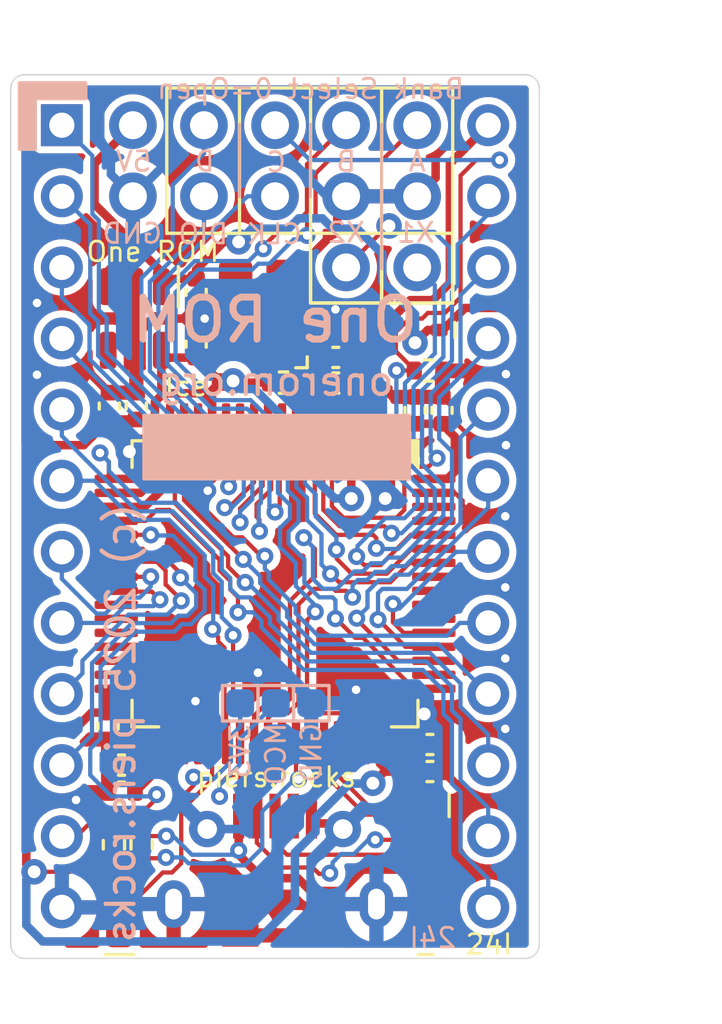
<source format=kicad_pcb>
(kicad_pcb (version 20241229) (generator "pcbnew") (generator_version "9.0")
  (layers (0 "F.Cu" signal) (2 "B.Cu" signal) (13 "F.Paste" user) (15 "B.Paste" user) (5 "F.SilkS" user "F.Silkscreen") (7 "B.SilkS" user "B.Silkscreen") (1 "F.Mask" user) (3 "B.Mask" user) (25 "Edge.Cuts" user))
  (net 0 "")
  (net 1 "Net-(U1-VCAP1)")
  (net 2 "GND")
  (net 3 "+5V")
  (net 4 "+3V3")
  (net 5 "NRST")
  (net 6 "SWCLK")
  (net 7 "SWDIO")
  (net 8 "SEL1")
  (net 9 "A2")
  (net 10 "SEL0")
  (net 12 "SEL2")
  (net 13 "BOOT0")
  (net 15 "A0")
  (net 16 "A8")
  (net 17 "D1")
  (net 18 "D4")
  (net 19 "CX1")
  (net 20 "A11")
  (net 21 "D2")
  (net 22 "A12")
  (net 24 "D5")
  (net 25 "OSC_OUT")
  (net 29 "SEL4")
  (net 30 "D6")
  (net 31 "OSC_IN")
  (net 32 "A9")
  (net 33 "A4")
  (net 34 "D3")
  (net 35 "MCO")
  (net 36 "A3")
  (net 37 "A1")
  (net 38 "D7")
  (net 39 "A7")
  (net 40 "A5")
  (net 41 "A10")
  (net 42 "CS1")
  (net 44 "Net-(J6-D+)")
  (net 45 "D0")
  (net 48 "CX2")
  (net 51 "A6")
  (net 52 "Net-(D1-A)")
  (net 53 "Net-(RC4-Pad2)")
  (net 54 "Net-(RC5-Pad1)")
  (net 55 "SEL3")
  (net 57 "LED0")
  (net 58 "VBUS")
  (net 59 "Net-(J6-D-)")
  (net 62 "D-")
  (net 63 "D+")
  (net 64 "VHOST")
  (net 65 "Net-(U1-PA9)")
  (footprint "Resistor_SMD:R_0402_1005Metric" (layer "F.Cu") (at 103.461662 57.454426 -90)
    (property "Reference" "R3" (hide yes))
    (property "Value" "1K")
  )
  (footprint "Capacitor_SMD:C_0402_1005Metric" (layer "F.Cu") (at 114.2238 41.9354 90)
    (property "Reference" "C3" (hide yes))
    (property "Value" "4.7uF")
  )
  (footprint "Capacitor_SMD:C_0402_1005Metric" (layer "F.Cu") (at 103.2963 41.783 90)
    (property "Reference" "C7" (hide yes))
    (property "Value" "0.1uF")
  )
  (footprint "Package_TO_SOT_SMD:SOT-23-5" (layer "F.Cu") (at 104.206 38.6533 -90)
    (property "Reference" "U3" (hide yes))
    (property "Value" "AP2112K-3.3")
  )
  (footprint "piers_retro_footprints:PinHeader_2x05_P2.54mm_Vertical custom silkscreen" (layer "F.Cu") (at 114.3 31.75 -90)
    (property "Reference" "J2" (hide yes))
    (property "Value" "Conn_02x05_Odd_Even" (hide yes))
  )
  (footprint "Capacitor_SMD:C_0402_1005Metric" (layer "F.Cu") (at 106.4006 39.5732 90)
    (property "Reference" "C2" (hide yes))
    (property "Value" "4.7uF")
  )
  (footprint "Capacitor_SMD:C_0402_1005Metric" (layer "F.Cu") (at 106.4006 37.719 -90)
    (property "Reference" "C1" (hide yes))
    (property "Value" "4.7uF")
  )
  (footprint "Capacitor_SMD:C_0402_1005Metric" (layer "F.Cu") (at 103.7336 54.61 180)
    (property "Reference" "RC5" (hide yes))
    (property "Value" "0R/4.7uF/DNP")
  )
  (footprint "Capacitor_SMD:C_0402_1005Metric" (layer "F.Cu") (at 111.392101 40.959349)
    (property "Reference" "C10" (hide yes))
    (property "Value" "33pF")
  )
  (footprint "piers_retro_footprints:2x12 dip pin output 600mil centres no ss" (layer "F.Cu") (at 101.6 31.75)
    (property "Reference" "U2" (hide yes))
    (property "Value" "2332/2364 SOCKET" (hide yes))
  )
  (footprint "Capacitor_SMD:C_0402_1005Metric" (layer "F.Cu") (at 114.7572 53.8734 180)
    (property "Reference" "RC4" (hide yes))
    (property "Value" "0R/4.7uF/DNP")
  )
  (footprint "Package_QFP:LQFP-64_10x10mm_P0.5mm" (layer "F.Cu") (at 109.22 48.133 -90)
    (property "Reference" "U1" (hide yes))
    (property "Value" "STM32F411RET6")
  )
  (footprint "Capacitor_SMD:C_0402_1005Metric" (layer "F.Cu") (at 104.2615 41.783 90)
    (property "Reference" "C5" (hide yes))
    (property "Value" "0.1uF")
  )
  (footprint "Capacitor_SMD:C_0402_1005Metric" (layer "F.Cu") (at 103.251 53.213 -90)
    (property "Reference" "C4" (hide yes))
    (property "Value" "0.1uF")
  )
  (footprint "Resistor_SMD:R_0402_1005Metric" (layer "F.Cu") (at 114.7064 40.513)
    (property "Reference" "R2" (hide yes))
    (property "Value" "4K7")
  )
  (footprint "Capacitor_SMD:C_0402_1005Metric" (layer "F.Cu") (at 103.7336 55.5752 180)
    (property "Reference" "C9" (hide yes))
    (property "Value" "4.7uF/DNP/DNP")
  )
  (footprint "Crystal:Crystal_SMD_3225-4Pin_3.2x2.5mm" (layer "F.Cu") (at 108.6612 38.354 90)
    (property "Reference" "Y1" (hide yes))
    (property "Value" "12MHz")
  )
  (footprint "Package_TO_SOT_SMD:SOT-666" (layer "F.Cu") (at 114.4524 56.9214 -90)
    (property "Reference" "U4" (hide yes))
    (property "Value" "USBLC6-2P6")
  )
  (footprint "Capacitor_SMD:C_0402_1005Metric" (layer "F.Cu") (at 114.7572 54.8386)
    (property "Reference" "C6" (hide yes))
    (property "Value" "0.1uF")
  )
  (footprint "Diode_SMD:D_SOD-323" (layer "F.Cu") (at 114.0374 39.0652 180)
    (property "Reference" "D2" (hide yes))
    (property "Value" "1N5819WS")
  )
  (footprint "Connector_PinHeader_2.54mm:PinHeader_1x02_P2.54mm_Vertical" (layer "F.Cu") (at 114.3 36.83 -90)
    (property "Reference" "J3" (hide yes))
    (property "Value" "Conn_01x02_Pin" (hide yes))
  )
  (footprint "Resistor_SMD:R_0402_1005Metric" (layer "F.Cu") (at 104.452262 57.454426 -90)
    (property "Reference" "R4" (hide yes))
    (property "Value" "10K")
  )
  (footprint "Diode_SMD:D_SOD-323" (layer "F.Cu") (at 114.6048 59.7662 90)
    (property "Reference" "D3" (hide yes))
    (property "Value" "1N5819WS" (hide yes))
  )
  (footprint "Capacitor_SMD:C_0402_1005Metric" (layer "F.Cu") (at 115.189 41.9354 90)
    (property "Reference" "C8" (hide yes))
    (property "Value" "0.1uF")
  )
  (footprint "Capacitor_SMD:C_0402_1005Metric" (layer "F.Cu") (at 111.392101 40.044949)
    (property "Reference" "C11" (hide yes))
    (property "Value" "33pF")
  )
  (footprint "LED_SMD:LED_0603_1608Metric" (layer "F.Cu") (at 103.6574 59.8932 90)
    (property "Reference" "D1" (hide yes))
    (property "Value" "LED_Small" (hide yes))
  )
  (footprint "piers global:USB_Micro-B_micro_xnj_073_C404969" (layer "F.Cu") (at 109.22 57.8935)
    (property "Reference" "J6" (hide yes))
    (property "Value" "USB_B_Micro")
  )
  (footprint "Resistor_SMD:R_0402_1005Metric" (layer "F.Cu") (at 109.5248 40.9448)
    (property "Reference" "R1" (hide yes))
    (property "Value" "4K7")
  )
  (footprint "piers retro footprints:1mm smd test point small ss" (layer "B.Cu") (at 107.9754 52.4002)
    (property "Reference" "TP2" (hide yes))
    (property "Value" "TestPoint" (hide yes))
  )
  (footprint "piers retro footprints:1mm smd test point small ss" (layer "B.Cu") (at 109.2454 52.4002)
    (property "Reference" "TP3" (hide yes))
    (property "Value" "TestPoint" (hide yes))
  )
  (footprint "piers retro footprints:1mm smd test point small ss" (layer "B.Cu") (at 110.5154 52.4002)
    (property "Reference" "TP1" (hide yes))
    (property "Value" "TestPoint" (hide yes))
  )
  (gr_poly (pts (xy 100.076 30.226) (xy 102.4636 30.226) (xy 102.4636 30.8102) (xy 100.6602 30.8102) (xy 100.6602 32.6136) (xy 100.076 32.6136) (xy 100.076 30.8356)) (stroke (width 0.1)) (fill yes) (layer "F.SilkS"))
  (gr_line (start 110.49 38.1) (end 110.49 35.6108) (stroke (width 0.127)) (layer "F.SilkS"))
  (gr_line (start 113.03 38.1) (end 113.03 35.6108) (stroke (width 0.127)) (layer "F.SilkS"))
  (gr_line (start 115.57 38.1) (end 110.49 38.1) (stroke (width 0.127)) (layer "F.SilkS"))
  (gr_line (start 115.57 38.1) (end 115.57 35.6108) (stroke (width 0.127)) (layer "F.SilkS"))
  (gr_rect (start 104.5254 42.106964) (end 114.0328 44.392964) (stroke (width 0.1)) (fill yes) (layer "B.SilkS"))
  (gr_line (start 113.03 31.7104) (end 113.03 34.3012) (stroke (width 0.1)) (layer "B.SilkS"))
  (gr_line (start 113.03 34.3012) (end 113.03 36.892) (stroke (width 0.1)) (layer "B.SilkS"))
  (gr_line (start 110.49 31.7104) (end 110.49 34.3012) (stroke (width 0.1)) (layer "B.SilkS"))
  (gr_line (start 107.95 31.715) (end 107.95 34.3058) (stroke (width 0.1)) (layer "B.SilkS"))
  (gr_poly (pts (xy 100.076 30.226) (xy 100.076 32.6136) (xy 100.6602 32.6136) (xy 100.6602 30.8102) (xy 102.4636 30.8102) (xy 102.4636 30.226) (xy 100.6856 30.226)) (stroke (width 0.1)) (fill yes) (layer "B.SilkS"))
  (gr_line (start 118.6688 30.4546) (end 118.6688 61.00719) (stroke (width 0.05)) (layer "Edge.Cuts"))
  (gr_arc (start 118.1608 29.9466) (mid 118.52001 30.09539) (end 118.6688 30.4546) (stroke (width 0.05)) (layer "Edge.Cuts"))
  (gr_line (start 100.27899 29.9466) (end 118.1608 29.9466) (stroke (width 0.05)) (layer "Edge.Cuts"))
  (gr_arc (start 99.77099 30.4546) (mid 99.91978 30.09539) (end 100.27899 29.9466) (stroke (width 0.05)) (layer "Edge.Cuts"))
  (gr_arc (start 118.6688 61.00719) (mid 118.52001 61.3664) (end 118.1608 61.51519) (stroke (width 0.05)) (layer "Edge.Cuts"))
  (gr_line (start 99.7712 61.00719) (end 99.77099 30.4546) (stroke (width 0.05)) (layer "Edge.Cuts"))
  (gr_arc (start 100.2792 61.51519) (mid 99.91999 61.3664) (end 99.7712 61.00719) (stroke (width 0.05)) (layer "Edge.Cuts"))
  (gr_line (start 118.1608 61.51519) (end 100.2792 61.51519) (stroke (width 0.05)) (layer "Edge.Cuts"))
  (gr_text "Ice" (at 106.045 41.0718 0) (layer "F.SilkS") (effects (font (size 0.7 0.7) (thickness 0.1))))
  (gr_text "piers.rocks" (at 109.2708 55.0418 0) (layer "F.SilkS") (effects (font (size 0.7 0.7) (thickness 0.1))))
  (gr_text "24I" (at 116.8654 61.0108 0) (layer "F.SilkS") (effects (font (size 0.7 0.7) (thickness 0.1))))
  (gr_text "One ROM" (at 104.8512 36.2712 0) (layer "F.SilkS") (effects (font (size 0.7 0.7) (thickness 0.1))))
  (gr_text "(c) 2025 piers.rocks" (at 103.7082 53.1114 90) (layer "B.SilkS") (effects (font (size 1 1)) (justify mirror)))
  (gr_text "GND" (at 104.1146 35.62 0) (layer "B.SilkS") (effects (font (size 0.7 0.7) (thickness 0.1)) (justify mirror)))
  (gr_text "GND" (at 110.5154 53.0352 90) (layer "B.SilkS") (effects (font (size 0.7 0.7) (thickness 0.1)) (justify left mirror)))
  (gr_text "B" (at 111.76 33.0454 0) (layer "B.SilkS") (effects (font (size 0.7 0.7) (thickness 0.1)) (justify mirror)))
  (gr_text "Bank Select 0=Open" (at 110.49 30.4546 0) (layer "B.SilkS") (effects (font (size 0.7 0.7) (thickness 0.1)) (justify mirror)))
  (gr_text "X2" (at 111.76 35.5854 0) (layer "B.SilkS") (effects (font (size 0.7 0.7) (thickness 0.1)) (justify mirror)))
  (gr_text "3V3" (at 107.9754 53.086 90) (layer "B.SilkS") (effects (font (size 0.7 0.7) (thickness 0.1)) (justify left mirror)))
  (gr_text "MCO" (at 109.2454 53.0352 90) (layer "B.SilkS") (effects (font (size 0.7 0.7) (thickness 0.1)) (justify left mirror)))
  (gr_text "A" (at 114.3 33.0454 0) (layer "B.SilkS") (effects (font (size 0.7 0.7) (thickness 0.1)) (justify mirror)))
  (gr_text "D" (at 106.7054 33.0454 0) (layer "B.SilkS") (effects (font (size 0.7 0.7) (thickness 0.1)) (justify mirror)))
  (gr_text "5V" (at 104.1654 33.0454 0) (layer "B.SilkS") (effects (font (size 0.7 0.7) (thickness 0.1)) (justify mirror)))
  (gr_text "24I" (at 114.8588 60.7822 0) (layer "B.SilkS") (effects (font (size 0.7 0.7) (thickness 0.1)) (justify mirror)))
  (gr_text "One ROM" (at 109.22 38.7096 0) (layer "B.SilkS") (effects (font (size 1.5 1.5) (thickness 0.25)) (justify mirror)))
  (gr_text "DIO" (at 106.6546 35.6362 0) (layer "B.SilkS") (effects (font (size 0.7 0.7) (thickness 0.1)) (justify mirror)))
  (gr_text "X1" (at 114.2492 35.5854 0) (layer "B.SilkS") (effects (font (size 0.7 0.7) (thickness 0.1)) (justify mirror)))
  (gr_text "CLK" (at 109.1946 35.6362 0) (layer "B.SilkS") (effects (font (size 0.7 0.7) (thickness 0.1)) (justify mirror)))
  (gr_text "onerom.org" (at 109.2454 40.894 0) (layer "B.SilkS") (effects (font (size 1 1)) (justify mirror)))
  (gr_text "C" (at 109.2604 33.0708 0) (layer "B.SilkS") (effects (font (size 0.7 0.7) (thickness 0.1)) (justify mirror)))
  (segment (start 104.541757 50.883) (end 103.545 50.883) (width 0.3048) (layer "F.Cu") (net 1))
  (segment (start 104.8766 54.9122) (end 104.8766 52.9082) (width 0.3048) (layer "F.Cu") (net 1))
  (segment (start 104.8766 52.9082) (end 105.2322 52.5526) (width 0.3048) (layer "F.Cu") (net 1))
  (segment (start 104.2136 55.5752) (end 104.8766 54.9122) (width 0.3048) (layer "F.Cu") (net 1))
  (segment (start 105.2322 52.5526) (end 105.2322 51.573443) (width 0.3048) (layer "F.Cu") (net 1))
  (segment (start 105.2322 51.573443) (end 104.541757 50.883) (width 0.3048) (layer "F.Cu") (net 1))
  (segment (start 111.902101 40.959349) (end 111.902101 40.074949) (width 0.3048) (layer "F.Cu") (net 2))
  (segment (start 111.4425 35.4711) (end 109.6596 37.254) (width 0.3048) (layer "F.Cu") (net 2))
  (segment (start 111.902101 40.959349) (end 112.456651 40.959349) (width 0.3048) (layer "F.Cu") (net 2))
  (segment (start 111.872101 40.044949) (end 111.859 40.031848) (width 0.3048) (layer "F.Cu") (net 2))
  (segment (start 106.4006 38.199) (end 106.4006 38.6334) (width 0.3048) (layer "F.Cu") (net 2))
  (segment (start 111.859 40.031848) (end 111.859 39.8754) (width 0.3048) (layer "F.Cu") (net 2))
  (segment (start 115.2164 40.513) (end 115.3434 40.64) (width 0.3048) (layer "F.Cu") (net 2))
  (segment (start 103.3526 53.6956) (end 103.3526 54.61) (width 0.3048) (layer "F.Cu") (net 2))
  (segment (start 109.5112 37.254) (end 109.5112 37.0214) (width 0.3048) (layer "F.Cu") (net 2))
  (segment (start 111.7346 39.8018) (end 111.859 39.8018) (width 0.1524) (layer "F.Cu") (net 2))
  (segment (start 115.6474 44.883) (end 115.9256 45.1612) (width 0.1524) (layer "F.Cu") (net 2))
  (segment (start 104.188401 43.431601) (end 104.766567 44.009767) (width 0.3048) (layer "F.Cu") (net 2))
  (segment (start 104.036001 43.431601) (end 104.188401 43.431601) (width 0.3048) (layer "F.Cu") (net 2))
  (segment (start 115.189 41.4554) (end 115.7604 42.0268) (width 0.1524) (layer "F.Cu") (net 2))
  (segment (start 103.251 54.6074) (end 103.2536 54.61) (width 0.3048) (layer "F.Cu") (net 2))
  (segment (start 104.409767 44.883) (end 103.545 44.883) (width 0.3048) (layer "F.Cu") (net 2))
  (segment (start 104.766567 44.5262) (end 104.409767 44.883) (width 0.3048) (layer "F.Cu") (net 2))
  (segment (start 106.4006 38.6334) (end 106.4006 39.0932) (width 0.3048) (layer "F.Cu") (net 2))
  (segment (start 111.645 56.8935) (end 111.4443 56.6928) (width 0.3048) (layer "F.Cu") (net 2))
  (segment (start 116.4844 43.18) (end 117.475 43.18) (width 0.1524) (layer "F.Cu") (net 2))
  (segment (start 115.7604 42.0268) (end 115.7604 42.456) (width 0.1524) (layer "F.Cu") (net 2))
  (segment (start 115.9256 45.3136) (end 116.332 45.72) (width 0.1524) (layer "F.Cu") (net 2))
  (segment (start 114.3 34.29) (end 114.9604 33.6296) (width 0.3048) (layer "F.Cu") (net 2))
  (segment (start 115.2164 40.513) (end 115.2164 41.428) (width 0.3048) (layer "F.Cu") (net 2))
  (segment (start 114.552 52.781394) (end 114.450206 52.6796) (width 0.3048) (layer "F.Cu") (net 2))
  (segment (start 106.3752 38.6588) (end 106.4006 38.6334) (width 0.3048) (layer "F.Cu") (net 2))
  (segment (start 107.8112 39.1532) (end 107.8112 39.454) (width 0.3048) (layer "F.Cu") (net 2))
  (segment (start 116.332 45.72) (end 117.4496 45.72) (width 0.1524) (layer "F.Cu") (net 2))
  (segment (start 107.4504 39.0932) (end 107.8112 39.454) (width 0.3048) (layer "F.Cu") (net 2))
  (segment (start 111.4425 34.6075) (end 111.76 34.29) (width 0.3048) (layer "F.Cu") (net 2))
  (segment (start 114.9604 33.6296) (end 114.9604 33.02) (width 0.3048) (layer "F.Cu") (net 2))
  (segment (start 111.902101 40.074949) (end 111.872101 40.044949) (width 0.3048) (layer "F.Cu") (net 2))
  (segment (start 111.859 39.8018) (end 112.0368 39.9796) (width 0.1524) (layer "F.Cu") (net 2))
  (segment (start 112.456651 40.959349) (end 112.8014 40.6146) (width 0.3048) (layer "F.Cu") (net 2))
  (segment (start 111.8489 34.3789) (end 111.76 34.29) (width 0.3048) (layer "F.Cu") (net 2))
  (segment (start 114.4524 55.6234) (end 114.4524 55.9964) (width 0.3048) (layer "F.Cu") (net 2))
  (segment (start 107.4674 42.4606) (end 107.47 42.458) (width 0.3048) (layer "F.Cu") (net 2))
  (segment (start 115.2398 54.8386) (end 115.7732 55.372) (width 0.3048) (layer "F.Cu") (net 2))
  (segment (start 115.2372 54.8386) (end 114.4524 55.6234) (width 0.3048) (layer "F.Cu") (net 2))
  (segment (start 115.7732 55.372) (end 115.9002 55.499) (width 0.3048) (layer "F.Cu") (net 2))
  (segment (start 114.895 44.883) (end 115.6474 44.883) (width 0.1524) (layer "F.Cu") (net 2))
  (segment (start 107.47 43.8908) (end 107.47 42.458) (width 0.3048) (layer "F.Cu") (net 2))
  (segment (start 106.4006 39.0932) (end 107.4504 39.0932) (width 0.3048) (layer "F.Cu") (net 2))
  (segment (start 111.4443 56.6928) (end 110.7818 56.6928) (width 0.3048) (layer "F.Cu") (net 2))
  (segment (start 109.5112 37.254) (end 109.517 37.254) (width 0.3048) (layer "F.Cu") (net 2))
  (segment (start 111.8489 34.6837) (end 111.8489 34.3789) (width 0.3048) (layer "F.Cu") (net 2))
  (segment (start 109.5112 37.7562) (end 109.5112 37.254) (width 0.3048) (layer "F.Cu") (net 2))
  (segment (start 106.7054 38.6588) (end 106.7054 38.5038) (width 0.3048) (layer "F.Cu") (net 2))
  (segment (start 115.2271 30.48) (end 115.5319 30.7848) (width 0.3048) (layer "F.Cu") (net 2))
  (segment (start 115.3434 40.64) (end 117.475 40.64) (width 0.3048) (layer "F.Cu") (net 2))
  (segment (start 103.0224 30.8102) (end 103.3526 30.48) (width 0.3048) (layer "F.Cu") (net 2))
  (segment (start 105.9408 38.6588) (end 105.3592 38.6588) (width 0.3048) (layer "F.Cu") (net 2))
  (segment (start 111.4425 35.4711) (end 111.4425 34.6075) (width 0.3048) (layer "F.Cu") (net 2))
  (segment (start 104.013 43.4086) (end 104.036001 43.431601) (width 0.3048) (layer "F.Cu") (net 2))
  (segment (start 103.1494 53.6702) (end 103.1494 54.5846) (width 0.3048) (layer "F.Cu") (net 2))
  (segment (start 109.6596 37.254) (end 109.5112 37.254) (width 0.3048) (layer "F.Cu") (net 2))
  (segment (start 110.7818 56.6928) (end 110.52 56.431) (width 0.3048) (layer "F.Cu") (net 2))
  (segment (start 115.2164 41.428) (end 115.189 41.4554) (width 0.3048) (layer "F.Cu") (net 2))
  (segment (start 106.815008 44.545792) (end 107.47 43.8908) (width 0.3048) (layer "F.Cu") (net 2))
  (segment (start 100.609261 40.64) (end 102.6333 40.64) (width 0.3048) (layer "F.Cu") (net 2))
  (segment (start 115.7604 42.456) (end 116.4844 43.18) (width 0.1524) (layer "F.Cu") (net 2))
  (segment (start 105.9408 38.6588) (end 106.3752 38.6588) (width 0.3048) (layer "F.Cu") (net 2))
  (segment (start 103.3526 30.48) (end 115.2271 30.48) (width 0.3048) (layer "F.Cu") (net 2))
  (segment (start 104.766567 44.009767) (end 104.766567 44.5262) (width 0.3048) (layer "F.Cu") (net 2))
  (segment (start 115.2372 54.8386) (end 115.2398 54.8386) (width 0.3048) (layer "F.Cu") (net 2))
  (segment (start 102.6333 40.64) (end 103.2963 41.303) (width 0.3048) (layer "F.Cu") (net 2))
  (segment (start 106.815008 44.804883) (end 106.815008 44.545792) (width 0.3048) (layer "F.Cu") (net 2))
  (segment (start 105.9408 38.6588) (end 106.4006 38.199) (width 0.3048) (layer "F.Cu") (net 2))
  (segment (start 105.9662 38.6588) (end 106.4006 39.0932) (width 0.3048) (layer "F.Cu") (net 2))
  (segment (start 115.9256 45.1612) (end 115.9256 45.3136) (width 0.1524) (layer "F.Cu") (net 2))
  (segment (start 109.517 37.254) (end 110.5916 38.3286) (width 0.3048) (layer "F.Cu") (net 2))
  (via (at 106.7054 38.6588) (size 0.6096) (drill 0.3048) (layers "F.Cu" "B.Cu") (net 2))
  (via (at 112.1156 51.9176) (size 0.6096) (drill 0.3048) (layers "F.Cu" "B.Cu") (net 2))
  (via (at 102.108 55.8546) (size 0.6096) (drill 0.3048) (layers "F.Cu" "B.Cu") (net 2))
  (via (at 106.3752 52.324) (size 0.6096) (drill 0.3048) (layers "F.Cu" "B.Cu") (net 2))
  (via (at 117.4496 48.26) (size 0.6096) (drill 0.3048) (layers "F.Cu" "B.Cu") (net 2))
  (via (at 114.552 52.781394) (size 0.9144) (drill 0.4572) (layers "F.Cu" "B.Cu") (net 2))
  (via (at 113.157 45.085165) (size 0.9144) (drill 0.4572) (layers "F.Cu" "B.Cu") (net 2))
  (via (at 100.711 38.1) (size 0.6096) (drill 0.3048) (layers "F.Cu" "B.Cu") (net 2))
  (via (at 111.379 38.3286) (size 0.6096) (drill 0.3048) (layers "F.Cu" "B.Cu") (net 2))
  (via (at 104.013 43.4086) (size 0.9144) (drill 0.4572) (layers "F.Cu" "B.Cu") (net 2))
  (via (at 117.475 40.64) (size 0.6096) (drill 0.3048) (layers "F.Cu" "B.Cu") (net 2))
  (via (at 108.6104 51.308) (size 0.6096) (drill 0.3048) (layers "F.Cu" "B.Cu") (net 2))
  (via (at 117.4496 45.72) (size 0.6096) (drill 0.3048) (layers "F.Cu" "B.Cu") (net 2))
  (via (at 100.711 40.6654) (size 0.6096) (drill 0.3048) (layers "F.Cu" "B.Cu") (net 2))
  (via (at 106.815008 44.804883) (size 0.6096) (drill 0.3048) (layers "F.Cu" "B.Cu") (net 2))
  (via (at 117.4496 50.8) (size 0.6096) (drill 0.3048) (layers "F.Cu" "B.Cu") (net 2))
  (via (at 117.475 43.18) (size 0.6096) (drill 0.3048) (layers "F.Cu" "B.Cu") (net 2))
  (via (at 117.4496 53.3146) (size 0.6096) (drill 0.3048) (layers "F.Cu" "B.Cu") (net 2))
  (segment (start 114.3 33.9598) (end 114.3 34.29) (width 0.3048) (layer "B.Cu") (net 2))
  (segment (start 109.649346 51.5112) (end 110.5154 52.377254) (width 0.3048) (layer "B.Cu") (net 2))
  (segment (start 103.3526 33.5026) (end 104.14 34.29) (width 0.3048) (layer "B.Cu") (net 2))
  (segment (start 117.53041 60.98079) (end 116.1542 60.98079) (width 0.3048) (layer "B.Cu") (net 2))
  (segment (start 102.9716 32.3596) (end 103.3526 32.7406) (width 0.3048) (layer "B.Cu") (net 2))
  (segment (start 106.795 56.8935) (end 107.9779 56.8935) (width 0.3048) (layer "B.Cu") (net 2))
  (segment (start 103.3526 32.7406) (end 103.3526 33.5026) (width 0.3048) (layer "B.Cu") (net 2))
  (segment (start 110.5154 52.4002) (end 110.5154 52.1462) (width 0.3048) (layer "B.Cu") (net 2))
  (segment (start 112.3029 56.2356) (end 112.7252 56.2356) (width 0.3048) (layer "B.Cu") (net 2))
  (segment (start 105.1814 33.2486) (end 105.1814 32.9946) (width 0.3048) (layer "B.Cu") (net 2))
  (segment (start 111.76 34.29) (end 111.0742 34.29) (width 0.3048) (layer "B.Cu") (net 2))
  (segment (start 102.9716 30.9626) (end 102.9716 32.3596) (width 0.3048) (layer "B.Cu") (net 2))
  (segment (start 104.14 34.29) (end 105.1814 33.2486) (width 0.3048) (layer "B.Cu") (net 2))
  (segment (start 111.0742 34.29) (end 110.3122 33.528) (width 0.3048) (layer "B.Cu") (net 2))
  (segment (start 118.1066 60.4046) (end 117.53041 60.98079) (width 0.3048) (layer "B.Cu") (net 2))
  (segment (start 110.5154 52.377254) (end 110.5154 52.4002) (width 0.3048) (layer "B.Cu") (net 2))
  (segment (start 107.9779 56.8935) (end 108.1024 56.769) (width 0.3048) (layer "B.Cu") (net 2))
  (segment (start 110.5154 52.1462) (end 109.7026 51.3334) (width 0.3048) (layer "B.Cu") (net 2))
  (segment (start 111.645 56.8935) (end 112.3029 56.2356) (width 0.3048) (layer "B.Cu") (net 2))
  (segment (start 104.1654 36.4744) (end 104.648 36.4744) (width 0.3048) (layer "F.Cu") (net 3))
  (segment (start 114.678666 39.0652) (end 114.2238 39.520066) (width 0.3048) (layer "F.Cu") (net 3))
  (segment (start 104.1654 35.9664) (end 104.1654 36.4744) (width 0.3048) (layer "F.Cu") (net 3))
  (segment (start 106.4006 37.239) (end 105.4328 37.239) (width 0.3048) (layer "F.Cu") (net 3))
  (segment (start 103.7336 36.4744) (end 104.1654 36.4744) (width 0.3048) (layer "F.Cu") (net 3))
  (segment (start 117.7544 38.2778) (end 118.0846 38.608) (width 0.3048) (layer "F.Cu") (net 3))
  (segment (start 106.4006 36.9062) (end 106.4006 37.239) (width 0.3048) (layer "F.Cu") (net 3))
  (segment (start 102.7684 33.1216) (end 102.7684 34.5694) (width 0.3048) (layer "F.Cu") (net 3))
  (segment (start 103.256 36.952) (end 103.7336 36.4744) (width 0.3048) (layer "F.Cu") (net 3))
  (segment (start 107.3912 35.9156) (end 106.4006 36.9062) (width 0.3048) (layer "F.Cu") (net 3))
  (segment (start 107.918926 35.9156) (end 107.715726 35.7124) (width 0.3048) (layer "F.Cu") (net 3))
  (segment (start 118.0846 38.608) (end 118.0846 60.2996) (width 0.3048) (layer "F.Cu") (net 3))
  (segment (start 104.648 36.4744) (end 105.156 36.9824) (width 0.3048) (layer "F.Cu") (net 3))
  (segment (start 107.918926 35.9156) (end 107.3912 35.9156) (width 0.3048) (layer "F.Cu") (net 3))
  (segment (start 117.5426 60.8416) (end 114.808 60.8416) (width 0.3048) (layer "F.Cu") (net 3))
  (segment (start 105.4328 37.239) (end 105.156 37.5158) (width 0.3048) (layer "F.Cu") (net 3))
  (segment (start 105.156 36.9824) (end 105.156 37.5158) (width 0.3048) (layer "F.Cu") (net 3))
  (segment (start 115.2484 39.0398) (end 116.0104 38.2778) (width 0.3048) (layer "F.Cu") (net 3))
  (segment (start 102.7684 34.5694) (end 104.1654 35.9664) (width 0.3048) (layer "F.Cu") (net 3))
  (segment (start 103.256 37.5158) (end 103.256 36.952) (width 0.3048) (layer "F.Cu") (net 3))
  (segment (start 116.0104 38.2778) (end 117.7544 38.2778) (width 0.3048) (layer "F.Cu") (net 3))
  (segment (start 118.0846 60.2996) (end 117.5426 60.8416) (width 0.3048) (layer "F.Cu") (net 3))
  (segment (start 114.2238 39.520066) (end 114.2238 39.367334) (width 0.3048) (layer "F.Cu") (net 3))
  (segment (start 104.14 31.75) (end 102.7684 33.1216) (width 0.3048) (layer "F.Cu") (net 3))
  (segment (start 115.0874 39.0652) (end 114.678666 39.0652) (width 0.3048) (layer "F.Cu") (net 3))
  (via (at 107.918926 35.9156) (size 0.9144) (drill 0.4572) (layers "F.Cu" "B.Cu") (net 3))
  (via (at 114.2238 39.520066) (size 0.9144) (drill 0.4572) (layers "F.Cu" "B.Cu") (net 3))
  (segment (start 109.698749 35.4458) (end 110.067149 35.0774) (width 0.3048) (layer "B.Cu") (net 3))
  (segment (start 114.2238 38.5064) (end 114.2238 39.520066) (width 0.3048) (layer "B.Cu") (net 3))
  (segment (start 113.0554 37.338) (end 114.2238 38.5064) (width 0.3048) (layer "B.Cu") (net 3))
  (segment (start 108.740434 35.444983) (end 108.741251 35.4458) (width 0.3048) (layer "B.Cu") (net 3))
  (segment (start 108.741251 35.4458) (end 109.698749 35.4458) (width 0.3048) (layer "B.Cu") (net 3))
  (segment (start 107.918926 35.9156) (end 107.918926 35.692674) (width 0.3048) (layer "B.Cu") (net 3))
  (segment (start 108.389543 35.444983) (end 108.740434 35.444983) (width 0.3048) (layer "B.Cu") (net 3))
  (segment (start 110.912851 35.0774) (end 111.281251 35.4458) (width 0.3048) (layer "B.Cu") (net 3))
  (segment (start 112.1538 35.4458) (end 113.0554 36.3474) (width 0.3048) (layer "B.Cu") (net 3))
  (segment (start 107.918926 35.9156) (end 108.389543 35.444983) (width 0.3048) (layer "B.Cu") (net 3))
  (segment (start 111.281251 35.4458) (end 112.1538 35.4458) (width 0.3048) (layer "B.Cu") (net 3))
  (segment (start 113.0554 36.3474) (end 113.0554 37.338) (width 0.3048) (layer "B.Cu") (net 3))
  (segment (start 110.067149 35.0774) (end 110.912851 35.0774) (width 0.3048) (layer "B.Cu") (net 3))
  (segment (start 100.9142 53.3654) (end 100.5332 53.3654) (width 0.3048) (layer "F.Cu") (net 4))
  (segment (start 106.553 41.3258) (end 106.7308 41.3258) (width 0.3048) (layer "F.Cu") (net 4))
  (segment (start 100.5332 53.3654) (end 100.33 53.5686) (width 0.3048) (layer "F.Cu") (net 4))
  (segment (start 112.9258 43.31781) (end 112.9258 43.3096) (width 0.3048) (layer "F.Cu") (net 4))
  (segment (start 115.383 44.383) (end 114.895 44.383) (width 0.3048) (layer "F.Cu") (net 4))
  (segment (start 105.224767 43.819974) (end 104.9274 43.522608) (width 0.3048) (layer "F.Cu") (net 4))
  (segment (start 107.599 40.7636) (end 107.4226 40.7636) (width 0.3048) (layer "F.Cu") (net 4))
  (segment (start 112.97 42.458) (end 112.960345 42.448345) (width 0.3048) (layer "F.Cu") (net 4))
  (segment (start 100.5332 53.3654) (end 100.33 53.1622) (width 0.3048) (layer "F.Cu") (net 4))
  (segment (start 106.97 41.2162) (end 106.97 42.458) (width 0.3048) (layer "F.Cu") (net 4))
  (segment (start 102.6642 52.733) (end 102.0318 53.3654) (width 0.3048) (layer "F.Cu") (net 4))
  (segment (start 107.7802 40.9448) (end 107.7214 40.886) (width 0.3048) (layer "F.Cu") (net 4))
  (segment (start 107.1004 41.0858) (end 106.97 41.2162) (width 0.3048) (layer "F.Cu") (net 4))
  (segment (start 115.189 42.4154) (end 115.189 42.42483) (width 0.3048) (layer "F.Cu") (net 4))
  (segment (start 103.545 51.883) (end 103.3872 51.883) (width 0.3048) (layer "F.Cu") (net 4))
  (segment (start 102.2858 43.18) (end 102.3793 43.18) (width 0.3048) (layer "F.Cu") (net 4))
  (segment (start 112.97 43.2654) (end 112.97 42.458) (width 0.3048) (layer "F.Cu") (net 4))
  (segment (start 113.8174 54.8386) (end 114.2772 54.8386) (width 0.3048) (layer "F.Cu") (net 4))
  (segment (start 107.7214 40.886) (end 107.599 40.7636) (width 0.3048) (layer "F.Cu") (net 4))
  (segment (start 106.8604 41.3258) (end 106.7308 41.3258) (width 0.3048) (layer "F.Cu") (net 4))
  (segment (start 107.1004 41.0858) (end 107.5216 41.0858) (width 0.3048) (layer "F.Cu") (net 4))
  (segment (start 101.6254 58.42) (end 101.882216 58.42) (width 0.1524) (layer "F.Cu") (net 4))
  (segment (start 100.33 53.1622) (end 100.33 53.0352) (width 0.3048) (layer "F.Cu") (net 4))
  (segment (start 114.2238 42.4154) (end 115.189 42.4154) (width 0.3048) (layer "F.Cu") (net 4))
  (segment (start 103.545 51.883) (end 103.494169 51.883) (width 0.3048) (layer "F.Cu") (net 4))
  (segment (start 113.8174 54.8386) (end 113.2586 54.8386) (width 0.3048) (layer "F.Cu") (net 4))
  (segment (start 100.8888 43.18) (end 102.2858 43.18) (width 0.3048) (layer "F.Cu") (net 4))
  (segment (start 107.5216 41.0858) (end 107.7214 40.886) (width 0.3048) (layer "F.Cu") (net 4))
  (segment (start 100.33 53.4416) (end 100.33 53.1622) (width 0.3048) (layer "F.Cu") (net 4))
  (segment (start 107.4226 40.7636) (end 107.1004 41.0858) (width 0.3048) (layer "F.Cu") (net 4))
  (segment (start 100.33 57.7596) (end 100.33 58.1406) (width 0.3048) (layer "F.Cu") (net 4))
  (segment (start 103.545 45.383) (end 102.4704 45.383) (width 0.3048) (layer "F.Cu") (net 4))
  (segment (start 103.3272 57.0738) (end 103.3272 56.9448) (width 0.1524) (layer "F.Cu") (net 4))
  (segment (start 100.33 57.7596) (end 100.33 53.5686) (width 0.3048) (layer "F.Cu") (net 4))
  (segment (start 103.2963 42.263) (end 104.2615 42.263) (width 0.3048) (layer "F.Cu") (net 4))
  (segment (start 112.9792 42.4488) (end 112.97 42.458) (width 0.3048) (layer "F.Cu") (net 4))
  (segment (start 102.1334 45.72) (end 100.33 45.72) (width 0.3048) (layer "F.Cu") (net 4))
  (segment (start 104.9274 41.6306) (end 105.2322 41.3258) (width 0.3048) (layer "F.Cu") (net 4))
  (segment (start 102.0318 53.3654) (end 100.9142 53.3654) (width 0.3048) (layer "F.Cu") (net 4))
  (segment (start 111.9462 44.29741) (end 112.9258 43.31781) (width 0.3048) (layer "F.Cu") (net 4))
  (segment (start 106.97 41.565) (end 106.7308 41.3258) (width 0.3048) (layer "F.Cu") (net 4))
  (segment (start 100.33 43.7388) (end 100.8888 43.18) (width 0.3048) (layer "F.Cu") (net 4))
  (segment (start 107.111 40.7636) (end 106.4006 40.0532) (width 0.3048) (layer "F.Cu") (net 4))
  (segment (start 101.6254 58.42) (end 100.6094 58.42) (width 0.1524) (layer "F.Cu") (net 4))
  (segment (start 102.5652 57.737015) (end 103.357789 56.944426) (width 0.1524) (layer "F.Cu") (net 4))
  (segment (start 105.156 41.2496) (end 105.2322 41.3258) (width 0.3048) (layer "F.Cu") (net 4))
  (segment (start 103.966288 56.4398) (end 105.2058 56.4398) (width 0.1524) (layer "F.Cu") (net 4))
  (segment (start 103.2002 52.07) (end 103.2002 52.5044) (width 0.3048) (layer "F.Cu") (net 4))
  (segment (start 112.9284 42.4164) (end 112.97 42.458) (width 0.1524) (layer "F.Cu") (net 4))
  (segment (start 102.465008 57.837208) (end 101.882216 58.42) (width 0.1524) (layer "F.Cu") (net 4))
  (segment (start 107.599 40.7636) (end 107.111 40.7636) (width 0.3048) (layer "F.Cu") (net 4))
  (segment (start 115.6462 44.1198) (end 115.383 44.383) (width 0.3048) (layer "F.Cu") (net 4))
  (segment (start 105.2322 41.3258) (end 106.3752 41.3258) (width 0.3048) (layer "F.Cu") (net 4))
  (segment (start 103.3872 51.883) (end 103.2002 52.07) (width 0.3048) (layer "F.Cu") (net 4))
  (segment (start 105.224767 44.715992) (end 105.224767 43.819974) (width 0.3048) (layer "F.Cu") (net 4))
  (segment (start 115.6462 42.88203) (end 115.6462 44.1198) (width 0.3048) (layer "F.Cu") (net 4))
  (segment (start 107.4226 40.7636) (end 106.8604 41.3258) (width 0.3048) (layer "F.Cu") (net 4))
  (segment (start 106.4006 40.0532) (end 105.4184 40.0532) (width 0.3048) (layer "F.Cu") (net 4))
  (segment (start 100.33 58.1406) (end 100.6094 58.42) (width 0.3048) (layer "F.Cu") (net 4))
  (segment (start 111.9462 45.085) (end 111.9462 44.29741) (width 0.3048) (layer "F.Cu") (net 4))
  (segment (start 102.4704 45.383) (end 102.1334 45.72) (width 0.3048) (layer "F.Cu") (net 4))
  (segment (start 101.882215 58.42) (end 101.6254 58.42) (width 0.1524) (layer "F.Cu") (net 4))
  (segment (start 112.9258 43.3096) (end 112.97 43.2654) (width 0.3048) (layer "F.Cu") (net 4))
  (segment (start 103.357789 56.944426) (end 103.302615 56.9996) (width 0.1524) (layer "F.Cu") (net 4))
  (segment (start 106.309412 55.336188) (end 106.309412 55.03993) (width 0.1524) (layer "F.Cu") (net 4))
  (segment (start 115.189 42.42483) (end 115.6462 42.88203) (width 0.3048) (layer "F.Cu") (net 4))
  (segment (start 105.4184 40.0532) (end 105.156 39.7908) (width 0.3048) (layer "F.Cu") (net 4))
  (segment (start 104.9274 43.522608) (end 104.9274 41.6306) (width 0.3048) (layer "F.Cu") (net 4))
  (segment (start 103.545 45.383) (end 104.557759 45.383) (width 0.3048) (layer "F.Cu") (net 4))
  (segment (start 100.33 53.0352) (end 100.33 45.72) (width 0.3048) (layer "F.Cu") (net 4))
  (segment (start 112.97 54.55) (end 112.97 53.808) (width 0.3048) (layer "F.Cu") (net 4))
  (segment (start 106.3752 41.3258) (end 106.553 41.3258) (width 0.3048) (layer "F.Cu") (net 4))
  (segment (start 103.251 52.733) (end 102.6642 52.733) (width 0.3048) (layer "F.Cu") (net 4))
  (segment (start 102.465008 57.837208) (end 101.882215 58.42) (width 0.1524) (layer "F.Cu") (net 4))
  (segment (start 100.33 45.72) (end 100.33 43.7388) (width 0.3048) (layer "F.Cu") (net 4))
  (segment (start 102.3793 43.18) (end 103.2963 42.263) (width 0.3048) (layer "F.Cu") (net 4))
  (segment (start 113.0126 42.4154) (end 112.97 42.458) (width 0.3048) (layer "F.Cu") (net 4))
  (segment (start 112.715167 55.255033) (end 113.1316 54.8386) (width 0.3048) (layer "F.Cu") (net 4))
  (segment (start 103.357789 56.944426) (end 102.465008 57.837208) (width 0.1524) (layer "F.Cu") (net 4))
  (segment (start 105.2058 56.4398) (end 106.309412 55.336188) (width 0.1524) (layer "F.Cu") (net 4))
  (segment (start 114.4778 42.4154) (end 113.0126 42.4154) (width 0.3048) (layer "F.Cu") (net 4))
  (segment (start 115.2814 44.383) (end 114.895 44.383) (width 0.3048) (layer "F.Cu") (net 4))
  (segment (start 106.97 42.458) (end 106.97 41.565) (width 0.3048) (layer "F.Cu") (net 4))
  (segment (start 104.557759 45.383) (end 105.224767 44.715992) (width 0.3048) (layer "F.Cu") (net 4))
  (segment (start 105.156 39.7908) (end 105.156 41.2496) (width 0.3048) (layer "F.Cu") (net 4))
  (segment (start 100.33 53.5686) (end 100.33 53.4416) (width 0.3048) (layer "F.Cu") (net 4))
  (segment (start 103.461662 56.944426) (end 103.966288 56.4398) (width 0.1524) (layer "F.Cu") (net 4))
  (segment (start 104.248601 51.883) (end 103.545 51.883) (width 0.3048) (layer "F.Cu") (net 4))
  (segment (start 109.0148 40.9448) (end 107.7802 40.9448) (width 0.3048) (layer "F.Cu") (net 4))
  (segment (start 113.2586 54.8386) (end 112.97 54.55) (width 0.3048) (layer "F.Cu") (net 4))
  (segment (start 107.111 40.7636) (end 107.111 41.0752) (width 0.3048) (layer "F.Cu") (net 4))
  (segment (start 103.461662 56.944426) (end 103.357789 56.944426) (width 0.1524) (layer "F.Cu") (net 4))
  (segment (start 113.1316 54.8386) (end 113.2586 54.8386) (width 0.3048) (layer "F.Cu") (net 4))
  (segment (start 107.111 41.0752) (end 107.1004 41.0858) (width 0.3048) (layer "F.Cu") (net 4))
  (via (at 111.9462 45.085) (size 0.9144) (drill 0.4572) (layers "F.Cu" "B.Cu") (net 4))
  (via (at 112.715167 55.255033) (size 0.9144) (drill 0.4572) (layers "F.Cu" "B.Cu") (net 4))
  (via (at 107.7214 40.886) (size 0.9144) (drill 0.4572) (layers "F.Cu" "B.Cu") (net 4))
  (via (at 106.309412 55.03993) (size 0.6096) (drill 0.3048) (layers "F.Cu" "B.Cu") (net 4))
  (via (at 100.6094 58.42) (size 0.9144) (drill 0.4572) (layers "F.Cu" "B.Cu") (net 4))
  (segment (start 107.6452 53.6194) (end 107.6442 53.6184) (width 0.1524) (layer "B.Cu") (net 4))
  (segment (start 106.309412 55.03993) (end 106.369118 55.099636) (width 0.1524) (layer "B.Cu") (net 4))
  (segment (start 111.053801 44.77637) (end 111.0538 44.777037) (width 0.3048) (layer "B.Cu") (net 4))
  (segment (start 100.33 58.6994) (end 100.6094 58.42) (width 0.3048) (layer "B.Cu") (net 4))
  (segment (start 110.6678 56.4896) (end 110.6678 56.9976) (width 0.3048) (layer "B.Cu") (net 4))
  (segment (start 111.361763 45.085) (end 111.9462 45.085) (width 0.3048) (layer "B.Cu") (net 4))
  (segment (start 100.9142 60.9092) (end 100.33 60.325) (width 0.3048) (layer "B.Cu") (net 4))
  (segment (start 100.33 60.325) (end 100.33 58.6994) (width 0.3048) (layer "B.Cu") (net 4))
  (segment (start 109.9312 57.7342) (end 109.9312 59.5376) (width 0.3048) (layer "B.Cu") (net 4))
  (segment (start 108.0088 41.1734) (end 108.491563 41.1734) (width 0.3048) (layer "B.Cu") (net 4))
  (segment (start 111.887 55.2704) (end 110.6678 56.4896) (width 0.3048) (layer "B.Cu") (net 4))
  (segment (start 107.2896 54.8386) (end 107.6452 54.483) (width 0.1524) (layer "B.Cu") (net 4))
  (segment (start 108.491563 41.1734) (end 110.6708 43.352637) (width 0.3048) (layer "B.Cu") (net 4))
  (segment (start 107.028564 55.099636) (end 107.2896 54.8386) (width 0.1524) (layer "B.Cu") (net 4))
  (segment (start 109.9312 59.5376) (end 108.5596 60.9092) (width 0.3048) (layer "B.Cu") (net 4))
  (segment (start 111.0538 44.777037) (end 111.361763 45.085) (width 0.3048) (layer "B.Cu") (net 4))
  (segment (start 107.6452 54.483) (end 107.6452 53.6194) (width 0.1524) (layer "B.Cu") (net 4))
  (segment (start 107.7214 40.886) (end 108.0088 41.1734) (width 0.3048) (layer "B.Cu") (net 4))
  (segment (start 112.6998 55.2704) (end 111.887 55.2704) (width 0.3048) (layer "B.Cu") (net 4))
  (segment (start 107.6442 53.6184) (end 107.6442 53.568933) (width 0.1524) (layer "B.Cu") (net 4))
  (segment (start 106.369118 55.099636) (end 107.028564 55.099636) (width 0.1524) (layer "B.Cu") (net 4))
  (segment (start 110.6678 56.9976) (end 109.9312 57.7342) (width 0.3048) (layer "B.Cu") (net 4))
  (segment (start 107.103787 55.024413) (end 107.2896 54.8386) (width 0.1524) (layer "B.Cu") (net 4))
  (segment (start 107.9754 53.237734) (end 107.9754 52.4002) (width 0.1524) (layer "B.Cu") (net 4))
  (segment (start 108.5596 60.9092) (end 100.9142 60.9092) (width 0.3048) (layer "B.Cu") (net 4))
  (segment (start 110.6708 43.352637) (end 110.6708 44.393369) (width 0.3048) (layer "B.Cu") (net 4))
  (segment (start 107.6442 53.568933) (end 107.9754 53.237734) (width 0.1524) (layer "B.Cu") (net 4))
  (segment (start 112.715167 55.255033) (end 112.6998 55.2704) (width 0.3048) (layer "B.Cu") (net 4))
  (segment (start 110.6708 44.393369) (end 111.053801 44.77637) (width 0.3048) (layer "B.Cu") (net 4))
  (segment (start 109.97 43.4206) (end 109.97 42.458) (width 0.1524) (layer "F.Cu") (net 5))
  (segment (start 109.3874 44.0032) (end 109.97 43.4206) (width 0.1524) (layer "F.Cu") (net 5))
  (segment (start 109.97 41.5036) (end 109.97 42.458) (width 0.1524) (layer "F.Cu") (net 5))
  (segment (start 109.387402 45.400198) (end 109.3874 44.0032) (width 0.1524) (layer "F.Cu") (net 5))
  (segment (start 110.0348 41.4388) (end 110.0348 40.9448) (width 0.1524) (layer "F.Cu") (net 5))
  (segment (start 109.22 45.5676) (end 109.387402 45.400198) (width 0.1524) (layer "F.Cu") (net 5))
  (segment (start 109.97 41.5036) (end 110.0348 41.4388) (width 0.1524) (layer "F.Cu") (net 5))
  (via (at 109.22 45.5676) (size 0.6096) (drill 0.3048) (layers "F.Cu" "B.Cu") (net 5))
  (segment (start 109.019799 44.019197) (end 109.019796 44.019191) (width 0.1524) (layer "B.Cu") (net 5))
  (segment (start 109.019799 45.367399) (end 109.019799 44.019197) (width 0.1524) (layer "B.Cu") (net 5))
  (segment (start 106.576398 42.795) (end 104.440799 40.659401) (width 0.1524) (layer "B.Cu") (net 5))
  (segment (start 107.795599 42.795) (end 106.576398 42.795) (width 0.1524) (layer "B.Cu") (net 5))
  (segment (start 109.22 45.5676) (end 109.019799 45.367399) (width 0.1524) (layer "B.Cu") (net 5))
  (segment (start 108.745516 43.744918) (end 107.795599 42.795) (width 0.1524) (layer "B.Cu") (net 5))
  (segment (start 105.5624 33.880815) (end 106.68 32.763215) (width 0.1524) (layer "B.Cu") (net 5))
  (segment (start 104.440799 40.659401) (end 104.4408 37.21433) (width 0.1524) (layer "B.Cu") (net 5))
  (segment (start 106.68 32.763215) (end 106.68 31.75) (width 0.1524) (layer "B.Cu") (net 5))
  (segment (start 104.4408 37.21433) (end 105.5624 36.092732) (width 0.1524) (layer "B.Cu") (net 5))
  (segment (start 105.5624 36.092732) (end 105.5624 33.880815) (width 0.1524) (layer "B.Cu") (net 5))
  (segment (start 109.019796 44.019191) (end 108.745516 43.744918) (width 0.1524) (layer "B.Cu") (net 5))
  (segment (start 112.365626 50.062409) (end 114.186216 51.883) (width 0.1524) (layer "F.Cu") (net 6))
  (segment (start 111.576859 49.551146) (end 112.088122 50.062409) (width 0.1524) (layer "F.Cu") (net 6))
  (segment (start 111.37909 49.375911) (end 111.554325 49.551146) (width 0.1524) (layer "F.Cu") (net 6))
  (segment (start 111.554325 49.551146) (end 111.576859 49.551146) (width 0.1524) (layer "F.Cu") (net 6))
  (segment (start 112.088122 50.062409) (end 112.365626 50.062409) (width 0.1524) (layer "F.Cu") (net 6))
  (segment (start 114.186216 51.883) (end 114.895 51.883) (width 0.1524) (layer "F.Cu") (net 6))
  (via (at 111.37909 49.375911) (size 0.6096) (drill 0.3048) (layers "F.Cu" "B.Cu") (net 6))
  (segment (start 109.6772 43.7642) (end 108.0964 42.1834) (width 0.1524) (layer "B.Cu") (net 6))
  (segment (start 110.269327 47.263426) (end 109.7036 46.697699) (width 0.1524) (layer "B.Cu") (net 6))
  (segment (start 110.0602 45.187933) (end 109.6772 44.804933) (width 0.1524) (layer "B.Cu") (net 6))
  (segment (start 111.276697 48.614897) (end 110.799025 48.614897) (width 0.1524) (layer "B.Cu") (net 6))
  (segment (start 106.829728 42.1834) (end 105.0524 40.406072) (width 0.1524) (layer "B.Cu") (net 6))
  (segment (start 110.0602 45.915622) (end 110.0602 45.187933) (width 0.1524) (layer "B.Cu") (net 6))
  (segment (start 105.0524 40.406072) (end 105.0524 37.467664) (width 0.1524) (layer "B.Cu") (net 6))
  (segment (start 108.230065 34.29) (end 109.22 34.29) (width 0.1524) (layer "B.Cu") (net 6))
  (segment (start 110.799025 48.614897) (end 110.269327 48.085198) (width 0.1524) (layer "B.Cu") (net 6))
  (segment (start 109.7036 46.697699) (end 109.7036 46.272222) (width 0.1524) (layer "B.Cu") (net 6))
  (segment (start 111.37909 49.375911) (end 111.37909 48.71729) (width 0.1524) (layer "B.Cu") (net 6))
  (segment (start 110.269327 48.085198) (end 110.269327 47.263426) (width 0.1524) (layer "B.Cu") (net 6))
  (segment (start 109.6772 44.804933) (end 109.6772 43.7642) (width 0.1524) (layer "B.Cu") (net 6))
  (segment (start 108.0964 42.1834) (end 106.829728 42.1834) (width 0.1524) (layer "B.Cu") (net 6))
  (segment (start 105.0524 37.467664) (end 108.230065 34.29) (width 0.1524) (layer "B.Cu") (net 6))
  (segment (start 111.37909 48.71729) (end 111.276697 48.614897) (width 0.1524) (layer "B.Cu") (net 6))
  (segment (start 109.7036 46.272222) (end 110.0602 45.915622) (width 0.1524) (layer "B.Cu") (net 6))
  (segment (start 111.97 52.8896) (end 111.97 53.808) (width 0.1524) (layer "F.Cu") (net 7))
  (segment (start 110.658085 49.12934) (end 110.363999 49.423426) (width 0.1524) (layer "F.Cu") (net 7))
  (segment (start 110.363999 49.423426) (end 110.363999 52.350399) (width 0.1524) (layer "F.Cu") (net 7))
  (segment (start 111.8362 52.7558) (end 111.97 52.8896) (width 0.1524) (layer "F.Cu") (net 7))
  (segment (start 110.363999 52.350399) (end 110.7694 52.7558) (width 0.1524) (layer "F.Cu") (net 7))
  (segment (start 110.7694 52.7558) (end 111.8362 52.7558) (width 0.1524) (layer "F.Cu") (net 7))
  (via (at 110.658085 49.12934) (size 0.6096) (drill 0.3048) (layers "F.Cu" "B.Cu") (net 7))
  (segment (start 106.703062 42.4892) (end 104.7466 40.532736) (width 0.1524) (layer "B.Cu") (net 7))
  (segment (start 104.7466 40.532736) (end 104.7466 37.340997) (width 0.1524) (layer "B.Cu") (net 7))
  (segment (start 110.658085 48.906423) (end 109.963527 48.211865) (width 0.1524) (layer "B.Cu") (net 7))
  (segment (start 110.658085 49.12934) (end 110.56056 49.226865) (width 0.1524) (layer "B.Cu") (net 7))
  (segment (start 109.325598 43.892529) (end 109.325594 43.892521) (width 0.1524) (layer "B.Cu") (net 7))
  (segment (start 109.963527 47.390092) (end 109.3978 46.824366) (width 0.1524) (layer "B.Cu") (net 7))
  (segment (start 109.963527 48.211865) (end 109.963527 47.390092) (width 0.1524) (layer "B.Cu") (net 7))
  (segment (start 109.4222 46.102) (end 109.441356 46.102) (width 0.1524) (layer "B.Cu") (net 7))
  (segment (start 109.325599 44.885799) (end 109.325598 43.892529) (width 0.1524) (layer "B.Cu") (net 7))
  (segment (start 109.7544 45.788956) (end 109.7544 45.3146) (width 0.1524) (layer "B.Cu") (net 7))
  (segment (start 104.7466 37.340997) (end 106.68 35.407599) (width 0.1524) (layer "B.Cu") (net 7))
  (segment (start 108.872178 43.439116) (end 107.922265 42.4892) (width 0.1524) (layer "B.Cu") (net 7))
  (segment (start 109.441356 46.102) (end 109.7544 45.788956) (width 0.1524) (layer "B.Cu") (net 7))
  (segment (start 107.922265 42.4892) (end 106.703062 42.4892) (width 0.1524) (layer "B.Cu") (net 7))
  (segment (start 109.3978 46.824366) (end 109.3978 46.1264) (width 0.1524) (layer "B.Cu") (net 7))
  (segment (start 109.3978 46.1264) (end 109.4222 46.102) (width 0.1524) (layer "B.Cu") (net 7))
  (segment (start 109.325594 43.892521) (end 108.872178 43.439116) (width 0.1524) (layer "B.Cu") (net 7))
  (segment (start 106.68 35.407599) (end 106.68 34.29) (width 0.1524) (layer "B.Cu") (net 7))
  (segment (start 110.658085 49.12934) (end 110.658085 48.906423) (width 0.1524) (layer "B.Cu") (net 7))
  (segment (start 109.7544 45.3146) (end 109.325599 44.885799) (width 0.1524) (layer "B.Cu") (net 7))
  (segment (start 107.4156 52.196667) (end 107.4156 52.755467) (width 0.1524) (layer "F.Cu") (net 9))
  (segment (start 107.188 50.194648) (end 107.413691 50.420339) (width 0.1524) (layer "F.Cu") (net 9))
  (segment (start 107.413691 50.420339) (end 107.413691 52.194758) (width 0.1524) (layer "F.Cu") (net 9))
  (segment (start 106.988629 49.754771) (end 106.988629 49.838629) (width 0.1524) (layer "F.Cu") (net 9))
  (segment (start 106.988629 49.838629) (end 107.188 50.038) (width 0.1524) (layer "F.Cu") (net 9))
  (segment (start 107.413691 52.194758) (end 107.4156 52.196667) (width 0.1524) (layer "F.Cu") (net 9))
  (segment (start 107.4156 52.755467) (end 107.47 52.809867) (width 0.1524) (layer "F.Cu") (net 9))
  (segment (start 107.188 50.038) (end 107.188 50.194648) (width 0.1524) (layer "F.Cu") (net 9))
  (segment (start 107.47 52.809867) (end 107.47 53.808) (width 0.1524) (layer "F.Cu") (net 9))
  (via (at 106.988629 49.754771) (size 0.6096) (drill 0.3048) (layers "F.Cu" "B.Cu") (net 9))
  (segment (start 105.437078 45.847) (end 104.166148 45.847) (width 0.1524) (layer "B.Cu") (net 9))
  (segment (start 102.769148 44.45) (end 101.6 44.45) (width 0.1524) (layer "B.Cu") (net 9))
  (segment (start 106.7054 47.115322) (end 105.437078 45.847) (width 0.1524) (layer "B.Cu") (net 9))
  (segment (start 106.988629 49.500205) (end 107.009917 49.478917) (width 0.1524) (layer "B.Cu") (net 9))
  (segment (start 107.009917 49.478917) (end 107.009917 48.183517) (width 0.1524) (layer "B.Cu") (net 9))
  (segment (start 107.009917 48.183517) (end 106.7054 47.879) (width 0.1524) (layer "B.Cu") (net 9))
  (segment (start 104.166148 45.847) (end 102.769148 44.45) (width 0.1524) (layer "B.Cu") (net 9))
  (segment (start 106.7054 47.879) (end 106.7054 47.115322) (width 0.1524) (layer "B.Cu") (net 9))
  (segment (start 106.988629 49.754771) (end 106.988629 49.500205) (width 0.1524) (layer "B.Cu") (net 9))
  (segment (start 115.850401 33.552399) (end 116.4082 32.9946) (width 0.1524) (layer "F.Cu") (net 13))
  (segment (start 113.5634 40.513) (end 114.1964 40.513) (width 0.1524) (layer "F.Cu") (net 13))
  (segment (start 114.0206 38.6588) (end 114.4778 38.6588) (width 0.1524) (layer "F.Cu") (net 13))
  (segment (start 114.4778 38.6588) (end 114.681 38.4556) (width 0.1524) (layer "F.Cu") (net 13))
  (segment (start 114.075894 46.383) (end 114.895 46.383) (width 0.1524) (layer "F.Cu") (net 13))
  (segment (start 112.411885 47.464883) (end 112.994011 47.464883) (width 0.1524) (layer "F.Cu") (net 13))
  (segment (start 116.4082 32.9946) (end 117.2464 32.9946) (width 0.1524) (layer "F.Cu") (net 13))
  (segment (start 114.1964 40.4856) (end 113.538 39.8272) (width 0.1524) (layer "F.Cu") (net 13))
  (segment (start 115.850401 37.897569) (end 115.850401 33.552399) (width 0.1524) (layer "F.Cu") (net 13))
  (segment (start 112.137454 47.157071) (end 112.137454 47.190452) (width 0.1524) (layer "F.Cu") (net 13))
  (segment (start 115.29237 38.4556) (end 115.850401 37.897569) (width 0.1524) (layer "F.Cu") (net 13))
  (segment (start 113.538 39.1414) (end 114.0206 38.6588) (width 0.1524) (layer "F.Cu") (net 13))
  (segment (start 113.538 39.8272) (end 113.538 39.1414) (width 0.1524) (layer "F.Cu") (net 13))
  (segment (start 112.994011 47.464883) (end 114.075894 46.383) (width 0.1524) (layer "F.Cu") (net 13))
  (segment (start 114.1964 40.513) (end 114.1964 40.4856) (width 0.1524) (layer "F.Cu") (net 13))
  (segment (start 114.681 38.4556) (end 115.29237 38.4556) (width 0.1524) (layer "F.Cu") (net 13))
  (segment (start 112.137454 47.190452) (end 112.411885 47.464883) (width 0.1524) (layer "F.Cu") (net 13))
  (via (at 112.137454 47.157071) (size 0.6096) (drill 0.3048) (layers "F.Cu" "B.Cu") (net 13))
  (via (at 117.2464 32.9946) (size 0.6096) (drill 0.3048) (layers "F.Cu" "B.Cu") (net 13))
  (via (at 113.5634 40.513) (size 0.6096) (drill 0.3048) (layers "F.Cu" "B.Cu") (net 13))
  (segment (start 112.137454 47.157071) (end 112.167297 47.127228) (width 0.1524) (layer "B.Cu") (net 13))
  (segment (start 113.158218 45.790577) (end 113.847091 45.790577) (width 0.1524) (layer "B.Cu") (net 13))
  (segment (start 114.3204 45.007214) (end 113.558401 44.245214) (width 0.1524) (layer "B.Cu") (net 13))
  (segment (start 113.558401 40.517999) (end 113.5634 40.513) (width 0.1524) (layer "B.Cu") (net 13))
  (segment (start 114.3204 45.317268) (end 114.3204 45.007214) (width 0.1524) (layer "B.Cu") (net 13))
  (segment (start 113.847091 45.790577) (end 114.3204 45.317268) (width 0.1524) (layer "B.Cu") (net 13))
  (segment (start 113.558401 44.245214) (end 113.558401 40.517999) (width 0.1524) (layer "B.Cu") (net 13))
  (segment (start 112.167297 46.781499) (end 113.158218 45.790577) (width 0.1524) (layer "B.Cu") (net 13))
  (segment (start 117.2464 32.9946) (end 110.4646 32.9946) (width 0.1524) (layer "B.Cu") (net 13))
  (segment (start 112.167297 47.127228) (end 112.167297 46.781499) (width 0.1524) (layer "B.Cu") (net 13))
  (segment (start 110.4646 32.9946) (end 109.22 31.75) (width 0.1524) (layer "B.Cu") (net 13))
  (segment (start 103.5744 48.4124) (end 103.545 48.383) (width 0.1524) (layer "F.Cu") (net 15))
  (segment (start 104.818142 48.4124) (end 103.5744 48.4124) (width 0.1524) (layer "F.Cu") (net 15))
  (segment (start 105.105954 48.700212) (end 104.818142 48.4124) (width 0.1524) (layer "F.Cu") (net 15))
  (via (at 105.105954 48.700212) (size 0.6096) (drill 0.3048) (layers "F.Cu" "B.Cu") (net 15))
  (segment (start 104.877354 48.928812) (end 103.854432 48.928812) (width 0.1524) (layer "B.Cu") (net 15))
  (segment (start 103.253244 49.53) (end 101.6 49.53) (width 0.1524) (layer "B.Cu") (net 15))
  (segment (start 103.854432 48.928812) (end 103.253244 49.53) (width 0.1524) (layer "B.Cu") (net 15))
  (segment (start 105.105954 48.700212) (end 104.877354 48.928812) (width 0.1524) (layer "B.Cu") (net 15))
  (segment (start 110.6424 46.880743) (end 110.245911 46.484254) (width 0.1524) (layer "F.Cu") (net 16))
  (segment (start 108.47 53.808) (end 108.47 52.844) (width 0.1524) (layer "F.Cu") (net 16))
  (segment (start 108.47 52.844) (end 108.864 52.45) (width 0.1524) (layer "F.Cu") (net 16))
  (segment (start 109.728 52.272534) (end 109.728 52.2722) (width 0.1524) (layer "F.Cu") (net 16))
  (segment (start 109.752399 52.247801) (end 109.752399 48.742934) (width 0.1524) (layer "F.Cu") (net 16))
  (segment (start 109.550534 52.45) (end 109.728 52.272534) (width 0.1524) (layer "F.Cu") (net 16))
  (segment (start 108.864 52.45) (end 109.550534 52.45) (width 0.1524) (layer "F.Cu") (net 16))
  (segment (start 109.728 52.2722) (end 109.752399 52.247801) (width 0.1524) (layer "F.Cu") (net 16))
  (segment (start 110.616333 47.879) (end 110.6424 47.879) (width 0.1524) (layer "F.Cu") (net 16))
  (segment (start 109.752399 48.742934) (end 110.616333 47.879) (width 0.1524) (layer "F.Cu") (net 16))
  (segment (start 110.6424 47.879) (end 110.6424 46.880743) (width 0.1524) (layer "F.Cu") (net 16))
  (via (at 110.245911 46.484254) (size 0.6096) (drill 0.3048) (layers "F.Cu" "B.Cu") (net 16))
  (segment (start 114.790261 44.178259) (end 115.2378 44.625798) (width 0.1524) (layer "B.Cu") (net 16))
  (segment (start 115.2378 44.625798) (end 115.2378 45.697266) (width 0.1524) (layer "B.Cu") (net 16))
  (segment (start 113.062114 47.398194) (end 112.652087 47.398194) (width 0.1524) (layer "B.Cu") (net 16))
  (segment (start 115.6462 37.591334) (end 115.5436 37.693933) (width 0.1524) (layer "B.Cu") (net 16))
  (segment (start 114.788845 44.178258) (end 114.790261 44.178259) (width 0.1524) (layer "B.Cu") (net 16))
  (segment (start 111.431503 48.309097) (end 110.925692 48.309097) (width 0.1524) (layer "B.Cu") (net 16))
  (segment (start 110.575127 46.81347) (end 110.245911 46.484254) (width 0.1524) (layer "B.Cu") (net 16))
  (segment (start 114.475801 43.865215) (end 114.788845 44.178258) (width 0.1524) (layer "B.Cu") (net 16))
  (segment (start 116.84 34.925) (end 115.7478 36.0172) (width 0.1524) (layer "B.Cu") (net 16))
  (segment (start 115.5436 37.693933) (end 115.5436 40.157066) (width 0.1524) (layer "B.Cu") (net 16))
  (segment (start 113.740866 47.1942) (end 113.266108 47.1942) (width 0.1524) (layer "B.Cu") (net 16))
  (segment (start 116.84 34.29) (end 116.84 34.925) (width 0.1524) (layer "B.Cu") (net 16))
  (segment (start 115.7478 37.465001) (end 115.6462 37.5666) (width 0.1524) (layer "B.Cu") (net 16))
  (segment (start 115.7478 36.0172) (end 115.7478 37.465001) (width 0.1524) (layer "B.Cu") (net 16))
  (segment (start 114.475801 41.224865) (end 114.475801 43.865215) (width 0.1524) (layer "B.Cu") (net 16))
  (segment (start 112.652087 47.398194) (end 112.35881 47.691471) (width 0.1524) (layer "B.Cu") (net 16))
  (segment (start 110.575127 47.958532) (end 110.575127 46.81347) (width 0.1524) (layer "B.Cu") (net 16))
  (segment (start 115.6462 37.5666) (end 115.6462 37.591334) (width 0.1524) (layer "B.Cu") (net 16))
  (segment (start 110.925692 48.309097) (end 110.575127 47.958532) (width 0.1524) (layer "B.Cu") (net 16))
  (segment (start 113.266108 47.1942) (end 113.062114 47.398194) (width 0.1524) (layer "B.Cu") (net 16))
  (segment (start 112.35881 47.691471) (end 112.049129 47.691471) (width 0.1524) (layer "B.Cu") (net 16))
  (segment (start 115.5436 40.157066) (end 114.475801 41.224865) (width 0.1524) (layer "B.Cu") (net 16))
  (segment (start 115.2378 45.697266) (end 113.740866 47.1942) (width 0.1524) (layer "B.Cu") (net 16))
  (segment (start 112.049129 47.691471) (end 111.431503 48.309097) (width 0.1524) (layer "B.Cu") (net 16))
  (segment (start 104.4902 46.883) (end 104.648 47.0408) (width 0.1524) (layer "F.Cu") (net 17))
  (segment (start 103.545 46.883) (end 104.4902 46.883) (width 0.1524) (layer "F.Cu") (net 17))
  (segment (start 105.841799 47.760405) (end 105.841799 47.914643) (width 0.1524) (layer "F.Cu") (net 17))
  (segment (start 105.122194 47.0408) (end 105.841799 47.760405) (width 0.1524) (layer "F.Cu") (net 17))
  (segment (start 104.648 47.0408) (end 105.122194 47.0408) (width 0.1524) (layer "F.Cu") (net 17))
  (via (at 105.841799 47.914643) (size 0.6096) (drill 0.3048) (layers "F.Cu" "B.Cu") (net 17))
  (segment (start 105.499557 49.538412) (end 104.106936 49.538412) (width 0.1524) (layer "B.Cu") (net 17))
  (segment (start 106.400317 48.960942) (end 106.087859 49.2734) (width 0.1524) (layer "B.Cu") (net 17))
  (segment (start 102.6786 50.966748) (end 102.6786 53.5314) (width 0.1524) (layer "B.Cu") (net 17))
  (segment (start 104.106936 49.538412) (end 102.6786 50.966748) (width 0.1524) (layer "B.Cu") (net 17))
  (segment (start 105.764569 49.2734) (end 105.499557 49.538412) (width 0.1524) (layer "B.Cu") (net 17))
  (segment (start 102.6786 53.5314) (end 101.6 54.61) (width 0.1524) (layer "B.Cu") (net 17))
  (segment (start 106.400317 48.473161) (end 106.400317 48.960942) (width 0.1524) (layer "B.Cu") (net 17))
  (segment (start 105.841799 47.914643) (end 106.400317 48.473161) (width 0.1524) (layer "B.Cu") (net 17))
  (segment (start 106.087859 49.2734) (end 105.764569 49.2734) (width 0.1524) (layer "B.Cu") (net 17))
  (segment (start 103.280454 44.031258) (end 103.280454 44.3738) (width 0.1524) (layer "F.Cu") (net 18))
  (segment (start 103.280454 43.77231) (end 103.280454 44.118454) (width 0.1524) (layer "F.Cu") (net 18))
  (segment (start 102.964775 43.456631) (end 103.280454 43.77231) (width 0.1524) (layer "F.Cu") (net 18))
  (via (at 102.964775 43.456631) (size 0.6096) (drill 0.3048) (layers "F.Cu" "B.Cu") (net 18))
  (segment (start 107.619517 48.303556) (end 107.620517 48.304556) (width 0.1524) (layer "B.Cu") (net 18))
  (segment (start 114.631866 50.9046) (end 115.5436 51.816334) (width 0.1524) (layer "B.Cu") (net 18))
  (segment (start 103.280454 43.77231) (end 103.280454 44.099202) (width 0.1524) (layer "B.Cu") (net 18))
  (segment (start 116.393229 55.6886) (end 116.3946 55.6886) (width 0.1524) (layer "B.Cu") (net 18))
  (segment (start 104.418652 45.2374) (end 105.689582 45.2374) (width 0.1524) (layer "B.Cu") (net 18))
  (segment (start 109.0392 49.56361) (end 110.380191 50.9046) (width 0.1524) (layer "B.Cu") (net 18))
  (segment (start 115.8494 52.959666) (end 115.8494 55.144771) (width 0.1524) (layer "B.Cu") (net 18))
  (segment (start 103.280454 44.099202) (end 104.418652 45.2374) (width 0.1524) (layer "B.Cu") (net 18))
  (segment (start 107.925317 48.6156) (end 107.931561 48.6156) (width 0.1524) (layer "B.Cu") (net 18))
  (segment (start 107.315 47.625082) (end 107.619517 47.929598) (width 0.1524) (layer "B.Cu") (net 18))
  (segment (start 115.5436 51.816334) (end 115.5436 52.653866) (width 0.1524) (layer "B.Cu") (net 18))
  (segment (start 107.620517 48.3108) (end 107.925317 48.6156) (width 0.1524) (layer "B.Cu") (net 18))
  (segment (start 107.619517 47.929598) (end 107.619517 48.303556) (width 0.1524) (layer "B.Cu") (net 18))
  (segment (start 115.5436 52.653866) (end 115.8494 52.959666) (width 0.1524) (layer "B.Cu") (net 18))
  (segment (start 110.380191 50.9046) (end 114.631866 50.9046) (width 0.1524) (layer "B.Cu") (net 18))
  (segment (start 115.8494 55.144771) (end 116.393229 55.6886) (width 0.1524) (layer "B.Cu") (net 18))
  (segment (start 116.3946 55.6886) (end 116.84 56.134) (width 0.1524) (layer "B.Cu") (net 18))
  (segment (start 116.84 56.134) (end 116.84 57.15) (width 0.1524) (layer "B.Cu") (net 18))
  (segment (start 107.931561 48.6156) (end 107.932561 48.6166) (width 0.1524) (layer "B.Cu") (net 18))
  (segment (start 107.932561 48.6166) (end 108.331334 48.6166) (width 0.1524) (layer "B.Cu") (net 18))
  (segment (start 107.315 46.862818) (end 107.315 47.625082) (width 0.1524) (layer "B.Cu") (net 18))
  (segment (start 108.331334 48.6166) (end 109.0392 49.324466) (width 0.1524) (layer "B.Cu") (net 18))
  (segment (start 102.964775 43.456631) (end 103.280454 43.77231) (width 0.1524) (layer "B.Cu") (net 18))
  (segment (start 105.689582 45.2374) (end 107.315 46.862818) (width 0.1524) (layer "B.Cu") (net 18))
  (segment (start 107.620517 48.304556) (end 107.620517 48.3108) (width 0.1524) (layer "B.Cu") (net 18))
  (segment (start 109.0392 49.324466) (end 109.0392 49.56361) (width 0.1524) (layer "B.Cu") (net 18))
  (segment (start 110.9462 45.488749) (end 111.303626 45.846174) (width 0.1524) (layer "F.Cu") (net 19))
  (segment (start 111.535052 46.0776) (end 113.132197 46.0776) (width 0.1524) (layer "F.Cu") (net 19))
  (segment (start 111.97 43.275467) (end 111.417433 43.828033) (width 0.1524) (layer "F.Cu") (net 19))
  (segment (start 111.417433 43.828033) (end 110.9462 44.299267) (width 0.1524) (layer "F.Cu") (net 19))
  (segment (start 113.132197 46.0776) (end 113.379574 46.324977) (width 0.1524) (layer "F.Cu") (net 19))
  (segment (start 111.303626 45.846174) (end 111.367125 45.909674) (width 0.1524) (layer "F.Cu") (net 19))
  (segment (start 110.9462 44.299267) (end 110.9462 45.488749) (width 0.1524) (layer "F.Cu") (net 19))
  (segment (start 111.367125 45.909674) (end 111.535052 46.0776) (width 0.1524) (layer "F.Cu") (net 19))
  (segment (start 111.97 42.458) (end 111.97 43.275467) (width 0.1524) (layer "F.Cu") (net 19))
  (via (at 113.379574 46.324977) (size 0.6096) (drill 0.3048) (layers "F.Cu" "B.Cu") (net 19))
  (segment (start 113.745157 46.324977) (end 114.6262 45.443934) (width 0.1524) (layer "B.Cu") (net 19))
  (segment (start 113.864201 40.967955) (end 114.932 39.900156) (width 0.1524) (layer "B.Cu") (net 19))
  (segment (start 114.6262 44.880547) (end 113.864201 44.118548) (width 0.1524) (layer "B.Cu") (net 19))
  (segment (start 114.932 39.900156) (end 114.932 37.462) (width 0.1524) (layer "B.Cu") (net 19))
  (segment (start 114.932 37.462) (end 114.3 36.83) (width 0.1524) (layer "B.Cu") (net 19))
  (segment (start 114.6262 45.443934) (end 114.6262 44.880547) (width 0.1524) (layer "B.Cu") (net 19))
  (segment (start 113.379574 46.324977) (end 113.745157 46.324977) (width 0.1524) (layer "B.Cu") (net 19))
  (segment (start 113.864201 44.118548) (end 113.864201 40.967955) (width 0.1524) (layer "B.Cu") (net 19))
  (segment (start 113.434765 49.502299) (end 113.815466 49.883) (width 0.1524) (layer "F.Cu") (net 20))
  (segment (start 113.815466 49.883) (end 114.895 49.883) (width 0.1524) (layer "F.Cu") (net 20))
  (segment (start 113.434765 48.848995) (end 113.434765 49.502299) (width 0.1524) (layer "F.Cu") (net 20))
  (via (at 113.434765 48.848995) (size 0.6096) (drill 0.3048) (layers "F.Cu" "B.Cu") (net 20))
  (segment (start 114.334153 48.344953) (end 114.05771 48.621395) (width 0.1524) (layer "B.Cu") (net 20))
  (segment (start 113.6628 49.016305) (end 114.334153 48.344953) (width 0.1524) (layer "B.Cu") (net 20))
  (segment (start 113.602075 49.016305) (end 113.6628 49.016305) (width 0.1524) (layer "B.Cu") (net 20))
  (segment (start 113.434765 48.848995) (end 113.602075 49.016305) (width 0.1524) (layer "B.Cu") (net 20))
  (segment (start 114.05771 48.621395) (end 113.885705 48.7934) (width 0.1524) (layer "B.Cu") (net 20))
  (segment (start 115.689105 46.99) (end 116.84 46.99) (width 0.1524) (layer "B.Cu") (net 20))
  (segment (start 114.334153 48.344953) (end 115.689105 46.99) (width 0.1524) (layer "B.Cu") (net 20))
  (segment (start 102.130236 57.15) (end 103.146236 56.134) (width 0.1524) (layer "F.Cu") (net 21))
  (segment (start 104.648 56.134) (end 104.988853 55.793147) (width 0.1524) (layer "F.Cu") (net 21))
  (segment (start 104.988853 55.793147) (end 104.988853 55.662053) (width 0.1524) (layer "F.Cu") (net 21))
  (segment (start 102.164882 57.15) (end 101.6 57.15) (width 0.1524) (layer "F.Cu") (net 21))
  (segment (start 104.776825 46.385527) (end 104.475327 46.385527) (width 0.1524) (layer "F.Cu") (net 21))
  (segment (start 104.475327 46.385527) (end 104.4728 46.383) (width 0.1524) (layer "F.Cu") (net 21))
  (segment (start 104.4728 46.383) (end 103.545 46.383) (width 0.1524) (layer "F.Cu") (net 21))
  (segment (start 103.146236 56.134) (end 104.648 56.134) (width 0.1524) (layer "F.Cu") (net 21))
  (segment (start 101.6 57.15) (end 102.130236 57.15) (width 0.1524) (layer "F.Cu") (net 21))
  (via (at 104.776825 46.385527) (size 0.6096) (drill 0.3048) (layers "F.Cu" "B.Cu") (net 21))
  (via (at 104.988853 55.662053) (size 0.6096) (drill 0.3048) (layers "F.Cu" "B.Cu") (net 21))
  (segment (start 103.378 55.7276) (end 102.616 54.9656) (width 0.1524) (layer "B.Cu") (net 21))
  (segment (start 102.9834 53.657067) (end 102.9834 51.093) (width 0.1524) (layer "B.Cu") (net 21))
  (segment (start 104.798749 46.407451) (end 104.776825 46.385527) (width 0.1524) (layer "B.Cu") (net 21))
  (segment (start 105.565063 46.408463) (end 105.565063 46.407451) (width 0.1524) (layer "B.Cu") (net 21))
  (segment (start 105.565063 46.407451) (end 104.798749 46.407451) (width 0.1524) (layer "B.Cu") (net 21))
  (segment (start 102.9844 53.658067) (end 102.9834 53.657067) (width 0.1524) (layer "B.Cu") (net 21))
  (segment (start 102.616 54.9656) (end 102.616 54.026467) (width 0.1524) (layer "B.Cu") (net 21))
  (segment (start 102.9834 51.093) (end 104.233188 49.843212) (width 0.1524) (layer "B.Cu") (net 21))
  (segment (start 106.214111 49.5782) (end 106.705117 49.087194) (width 0.1524) (layer "B.Cu") (net 21))
  (segment (start 106.3752 48.016992) (end 106.3752 47.2186) (width 0.1524) (layer "B.Cu") (net 21))
  (segment (start 104.233188 49.843212) (end 105.625809 49.843212) (width 0.1524) (layer "B.Cu") (net 21))
  (segment (start 105.625809 49.843212) (end 105.890821 49.5782) (width 0.1524) (layer "B.Cu") (net 21))
  (segment (start 106.705117 48.346909) (end 106.3752 48.016992) (width 0.1524) (layer "B.Cu") (net 21))
  (segment (start 106.705117 49.087194) (end 106.705117 48.346909) (width 0.1524) (layer "B.Cu") (net 21))
  (segment (start 105.890821 49.5782) (end 106.214111 49.5782) (width 0.1524) (layer "B.Cu") (net 21))
  (segment (start 104.923306 55.7276) (end 103.378 55.7276) (width 0.1524) (layer "B.Cu") (net 21))
  (segment (start 106.3752 47.2186) (end 105.565063 46.408463) (width 0.1524) (layer "B.Cu") (net 21))
  (segment (start 102.616 54.026467) (end 102.9844 53.658067) (width 0.1524) (layer "B.Cu") (net 21))
  (segment (start 104.988853 55.662053) (end 104.923306 55.7276) (width 0.1524) (layer "B.Cu") (net 21))
  (segment (start 111.762993 48.382283) (end 111.381275 48.382283) (width 0.1524) (layer "F.Cu") (net 22))
  (segment (start 110.617 48.3108) (end 110.058199 48.869601) (width 0.1524) (layer "F.Cu") (net 22))
  (segment (start 111.309791 48.3108) (end 110.617 48.3108) (width 0.1524) (layer "F.Cu") (net 22))
  (segment (start 109.1438 52.7558) (end 108.97 52.9296) (width 0.1524) (layer "F.Cu") (net 22))
  (segment (start 110.058199 48.869601) (end 110.058199 52.374801) (width 0.1524) (layer "F.Cu") (net 22))
  (segment (start 111.990593 48.609883) (end 111.762993 48.382283) (width 0.1524) (layer "F.Cu") (net 22))
  (segment (start 110.058199 52.374801) (end 109.6772 52.7558) (width 0.1524) (layer "F.Cu") (net 22))
  (segment (start 108.97 52.9296) (end 108.97 53.808) (width 0.1524) (layer "F.Cu") (net 22))
  (segment (start 111.381275 48.382283) (end 111.309791 48.3108) (width 0.1524) (layer "F.Cu") (net 22))
  (segment (start 109.6772 52.7558) (end 109.1438 52.7558) (width 0.1524) (layer "F.Cu") (net 22))
  (via (at 111.990593 48.609883) (size 0.6096) (drill 0.3048) (layers "F.Cu" "B.Cu") (net 22))
  (segment (start 115.087401 41.478197) (end 115.087401 42.951401) (width 0.1524) (layer "B.Cu") (net 22))
  (segment (start 113.867532 47.5) (end 113.392775 47.5) (width 0.1524) (layer "B.Cu") (net 22))
  (segment (start 112.8014 47.703994) (end 112.508123 47.997271) (width 0.1524) (layer "B.Cu") (net 22))
  (segment (start 115.5436 43.4076) (end 115.5436 45.823933) (width 0.1524) (layer "B.Cu") (net 22))
  (segment (start 115.5436 45.823933) (end 113.867532 47.5) (width 0.1524) (layer "B.Cu") (net 22))
  (segment (start 115.087401 42.951401) (end 115.5436 43.4076) (width 0.1524) (layer "B.Cu") (net 22))
  (segment (start 112.175795 47.997271) (end 111.990593 48.182473) (width 0.1524) (layer "B.Cu") (net 22))
  (segment (start 113.392775 47.5) (end 113.18878 47.703994) (width 0.1524) (layer "B.Cu") (net 22))
  (segment (start 116.84 39.37) (end 116.84 39.725598) (width 0.1524) (layer "B.Cu") (net 22))
  (segment (start 116.84 39.725598) (end 115.087401 41.478197) (width 0.1524) (layer "B.Cu") (net 22))
  (segment (start 111.990593 48.182473) (end 111.990593 48.609883) (width 0.1524) (layer "B.Cu") (net 22))
  (segment (start 112.508123 47.997271) (end 112.175795 47.997271) (width 0.1524) (layer "B.Cu") (net 22))
  (segment (start 113.18878 47.703994) (end 112.8014 47.703994) (width 0.1524) (layer "B.Cu") (net 22))
  (segment (start 108.10333 48.0822) (end 108.153917 48.0822) (width 0.1524) (layer "F.Cu") (net 24))
  (segment (start 105.6386 43.5864) (end 105.6386 45.247751) (width 0.1524) (layer "F.Cu") (net 24))
  (segment (start 107.5436 47.152751) (end 107.5436 47.52247) (width 0.1524) (layer "F.Cu") (net 24))
  (segment (start 105.6386 45.247751) (end 107.5436 47.152751) (width 0.1524) (layer "F.Cu") (net 24))
  (segment (start 107.5436 47.52247) (end 108.10333 48.0822) (width 0.1524) (layer "F.Cu") (net 24))
  (segment (start 105.47 42.458) (end 105.47 43.4178) (width 0.1524) (layer "F.Cu") (net 24))
  (segment (start 105.47 43.4178) (end 105.6386 43.5864) (width 0.1524) (layer "F.Cu") (net 24))
  (via (at 108.153917 48.0822) (size 0.6096) (drill 0.3048) (layers "F.Cu" "B.Cu") (net 24))
  (segment (start 108.153917 48.0822) (end 108.2294 48.0822) (width 0.1524) (layer "B.Cu") (net 24))
  (segment (start 115.8494 51.689668) (end 115.8494 52.5272) (width 0.1524) (layer "B.Cu") (net 24))
  (segment (start 109.345 49.1978) (end 109.345 49.436944) (width 0.1524) (layer "B.Cu") (net 24))
  (segment (start 109.345 49.436944) (end 110.506857 50.5988) (width 0.1524) (layer "B.Cu") (net 24))
  (segment (start 114.758532 50.5988) (end 115.8494 51.689668) (width 0.1524) (layer "B.Cu") (net 24))
  (segment (start 115.8494 52.5272) (end 116.84 53.5178) (width 0.1524) (layer "B.Cu") (net 24))
  (segment (start 116.84 53.5178) (end 116.84 54.61) (width 0.1524) (layer "B.Cu") (net 24))
  (segment (start 108.2294 48.0822) (end 109.345 49.1978) (width 0.1524) (layer "B.Cu") (net 24))
  (segment (start 110.506857 50.5988) (end 114.758532 50.5988) (width 0.1524) (layer "B.Cu") (net 24))
  (segment (start 110.391 40.386) (end 110.899 40.894) (width 0.1524) (layer "F.Cu") (net 25))
  (segment (start 110.47 42.458) (end 110.491 42.437) (width 0.1524) (layer "F.Cu") (net 25))
  (segment (start 110.47 41.4728) (end 110.899 41.0438) (width 0.1524) (layer "F.Cu") (net 25))
  (segment (start 110.899 41.0438) (end 110.899 40.8204) (width 0.1524) (layer "F.Cu") (net 25))
  (segment (start 110.47 42.458) (end 110.47 41.4728) (width 0.1524) (layer "F.Cu") (net 25))
  (segment (start 107.8112 37.254) (end 107.8112 37.377) (width 0.1524) (layer "F.Cu") (net 25))
  (segment (start 108.6612 40.089184) (end 108.958016 40.386) (width 0.1524) (layer "F.Cu") (net 25))
  (segment (start 108.6612 38.227) (end 108.6612 40.089184) (width 0.1524) (layer "F.Cu") (net 25))
  (segment (start 108.958016 40.386) (end 110.391 40.386) (width 0.1524) (layer "F.Cu") (net 25))
  (segment (start 107.8112 37.377) (end 108.6612 38.227) (width 0.1524) (layer "F.Cu") (net 25))
  (segment (start 111.414327 46.9168) (end 111.427735 46.930208) (width 0.1524) (layer "F.Cu") (net 29))
  (segment (start 110.6678 33.4772) (end 111.1504 32.9946) (width 0.1524) (layer "F.Cu") (net 29))
  (segment (start 110.364496 35.686999) (end 110.364496 35.279104) (width 0.1524) (layer "F.Cu") (net 29))
  (segment (start 111.427735 47.241935) (end 111.956483 47.770683) (width 0.1524) (layer "F.Cu") (net 29))
  (segment (start 111.956483 47.770683) (end 113.213851 47.770683) (width 0.1524) (layer "F.Cu") (net 29))
  (segment (start 110.364496 35.279104) (end 110.6678 34.9758) (width 0.1524) (layer "F.Cu") (net 29))
  (segment (start 114.101533 46.883) (end 114.895 46.883) (width 0.1524) (layer "F.Cu") (net 29))
  (segment (start 110.6678 34.9758) (end 110.6678 33.4772) (width 0.1524) (layer "F.Cu") (net 29))
  (segment (start 113.0554 32.9946) (end 114.3 31.75) (width 0.1524) (layer "F.Cu") (net 29))
  (segment (start 113.213851 47.770683) (end 114.101533 46.883) (width 0.1524) (layer "F.Cu") (net 29))
  (segment (start 111.1504 32.9946) (end 113.0554 32.9946) (width 0.1524) (layer "F.Cu") (net 29))
  (segment (start 111.427735 46.930208) (end 111.427735 47.241935) (width 0.1524) (layer "F.Cu") (net 29))
  (via (at 111.414327 46.9168) (size 0.6096) (drill 0.3048) (layers "F.Cu" "B.Cu") (net 29))
  (via (at 110.364496 35.686999) (size 0.6096) (drill 0.3048) (layers "F.Cu" "B.Cu") (net 29))
  (segment (start 111.414327 46.9168) (end 111.414327 46.464447) (width 0.1524) (layer "B.Cu") (net 29))
  (segment (start 110.6718 45.72192) (end 110.6718 44.934599) (width 0.1524) (layer "B.Cu") (net 29))
  (segment (start 108.407308 36.9072) (end 108.61837 36.696138) (width 0.1524) (layer "B.Cu") (net 29))
  (segment (start 111.414327 46.464447) (end 110.6718 45.72192) (width 0.1524) (layer "B.Cu") (net 29))
  (segment (start 110.2888 44.551599) (end 110.2888 43.510867) (width 0.1524) (layer "B.Cu") (net 29))
  (segment (start 105.664 40.15274) (end 105.664 37.720998) (width 0.1524) (layer "B.Cu") (net 29))
  (segment (start 110.2888 43.510867) (end 108.349732 41.5718) (width 0.1524) (layer "B.Cu") (net 29))
  (segment (start 110.6718 44.934599) (end 110.2888 44.551599) (width 0.1524) (layer "B.Cu") (net 29))
  (segment (start 106.477796 36.9072) (end 108.407308 36.9072) (width 0.1524) (layer "B.Cu") (net 29))
  (segment (start 105.664 37.720998) (end 106.477796 36.9072) (width 0.1524) (layer "B.Cu") (net 29))
  (segment (start 110.223695 35.8278) (end 110.364496 35.686999) (width 0.1524) (layer "B.Cu") (net 29))
  (segment (start 107.08306 41.5718) (end 105.664 40.15274) (width 0.1524) (layer "B.Cu") (net 29))
  (segment (start 108.349732 41.5718) (end 107.08306 41.5718) (width 0.1524) (layer "B.Cu") (net 29))
  (segment (start 109.889274 35.8278) (end 110.223695 35.8278) (width 0.1524) (layer "B.Cu") (net 29))
  (segment (start 109.020935 36.696138) (end 109.889274 35.8278) (width 0.1524) (layer "B.Cu") (net 29))
  (segment (start 108.61837 36.696138) (end 109.020935 36.696138) (width 0.1524) (layer "B.Cu") (net 29))
  (segment (start 107.058288 46.23497) (end 107.601398 46.778082) (width 0.1524) (layer "F.Cu") (net 30))
  (segment (start 107.601398 46.778082) (end 107.611082 46.778082) (width 0.1524) (layer "F.Cu") (net 30))
  (segment (start 108.086772 47.253772) (end 108.086772 47.260713) (width 0.1524) (layer "F.Cu") (net 30))
  (segment (start 107.611082 46.778082) (end 108.086772 47.253772) (width 0.1524) (layer "F.Cu") (net 30))
  (segment (start 105.97 42.458) (end 105.97 45.146684) (width 0.1524) (layer "F.Cu") (net 30))
  (segment (start 105.97 45.146684) (end 106.814191 45.990875) (width 0.1524) (layer "F.Cu") (net 30))
  (segment (start 106.814191 45.990875) (end 106.814191 45.990878) (width 0.1524) (layer "F.Cu") (net 30))
  (segment (start 106.814191 45.990878) (end 107.058288 46.23497) (width 0.1524) (layer "F.Cu") (net 30))
  (via (at 108.086772 47.260713) (size 0.6096) (drill 0.3048) (layers "F.Cu" "B.Cu") (net 30))
  (segment (start 115.063 50.293) (end 110.633523 50.293) (width 0.1524) (layer "B.Cu") (net 30))
  (segment (start 109.6508 49.071133) (end 108.688317 48.108651) (width 0.1524) (layer "B.Cu") (net 30))
  (segment (start 116.84 52.07) (end 115.063 50.293) (width 0.1524) (layer "B.Cu") (net 30))
  (segment (start 110.633523 50.293) (end 109.6508 49.310277) (width 0.1524) (layer "B.Cu") (net 30))
  (segment (start 108.373859 47.5478) (end 108.086772 47.260713) (width 0.1524) (layer "B.Cu") (net 30))
  (segment (start 108.688317 47.860844) (end 108.375273 47.5478) (width 0.1524) (layer "B.Cu") (net 30))
  (segment (start 109.6508 49.310277) (end 109.6508 49.071133) (width 0.1524) (layer "B.Cu") (net 30))
  (segment (start 108.375273 47.5478) (end 108.373859 47.5478) (width 0.1524) (layer "B.Cu") (net 30))
  (segment (start 108.688317 48.108651) (end 108.688317 47.860844) (width 0.1524) (layer "B.Cu") (net 30))
  (segment (start 110.97 41.7094) (end 111.4044 41.275) (width 0.1524) (layer "F.Cu") (net 31))
  (segment (start 110.0368 39.9796) (end 109.5112 39.454) (width 0.1524) (layer "F.Cu") (net 31))
  (segment (start 109.5326 39.454) (end 109.5112 39.454) (width 0.1524) (layer "F.Cu") (net 31))
  (segment (start 110.8964 39.977) (end 110.8964 39.878) (width 0.1524) (layer "F.Cu") (net 31))
  (segment (start 110.899 40.031848) (end 110.912101 40.044949) (width 0.1524) (layer "F.Cu") (net 31))
  (segment (start 111.4044 41.275) (end 111.4044 40.485) (width 0.1524) (layer "F.Cu") (net 31))
  (segment (start 110.912101 40.044949) (end 110.912101 39.992701) (width 0.1524) (layer "F.Cu") (net 31))
  (segment (start 110.964349 40.044949) (end 110.912101 40.044949) (width 0.1524) (layer "F.Cu") (net 31))
  (segment (start 110.899 39.878) (end 110.899 40.031848) (width 0.1524) (layer "F.Cu") (net 31))
  (segment (start 110.912101 40.044949) (end 110.846752 39.9796) (width 0.1524) (layer "F.Cu") (net 31))
  (segment (start 111.4044 40.485) (end 110.964349 40.044949) (width 0.1524) (layer "F.Cu") (net 31))
  (segment (start 110.912101 39.992701) (end 110.8964 39.977) (width 0.1524) (layer "F.Cu") (net 31))
  (segment (start 110.97 42.458) (end 110.97 41.7094) (width 0.1524) (layer "F.Cu") (net 31))
  (segment (start 110.846752 39.9796) (end 110.0368 39.9796) (width 0.1524) (layer "F.Cu") (net 31))
  (segment (start 112.2758 43.402133) (end 112.2758 43.4008) (width 0.1524) (layer "F.Cu") (net 32))
  (segment (start 111.252 45.362082) (end 111.252 44.425933) (width 0.1524) (layer "F.Cu") (net 32))
  (segment (start 111.661718 45.7718) (end 111.252 45.362082) (width 0.1524) (layer "F.Cu") (net 32))
  (segment (start 113.8428 44.155955) (end 113.8428 45.4914) (width 0.1524) (layer "F.Cu") (net 32))
  (segment (start 114.706681 43.947378) (end 115.010201 43.643858) (width 0.1524) (layer "F.Cu") (net 32))
  (segment (start 111.252 44.425933) (end 112.2758 43.402133) (width 0.1524) (layer "F.Cu") (net 32))
  (segment (start 114.051378 43.947378) (end 113.8428 44.155955) (width 0.1524) (layer "F.Cu") (net 32))
  (segment (start 113.8428 45.4914) (end 113.5624 45.7718) (width 0.1524) (layer "F.Cu") (net 32))
  (segment (start 114.051378 43.947378) (end 114.706681 43.947378) (width 0.1524) (layer "F.Cu") (net 32))
  (segment (start 113.5624 45.7718) (end 111.661718 45.7718) (width 0.1524) (layer "F.Cu") (net 32))
  (segment (start 112.2758 43.4008) (end 112.47 43.2066) (width 0.1524) (layer "F.Cu") (net 32))
  (segment (start 112.47 43.2066) (end 112.47 42.458) (width 0.1524) (layer "F.Cu") (net 32))
  (via (at 115.010201 43.643858) (size 0.6096) (drill 0.3048) (layers "F.Cu" "B.Cu") (net 32))
  (segment (start 114.781601 43.415258) (end 114.781601 41.351531) (width 0.1524) (layer "B.Cu") (net 32))
  (segment (start 115.8494 37.8206) (end 116.84 36.83) (width 0.1524) (layer "B.Cu") (net 32))
  (segment (start 114.781601 41.351531) (end 115.8494 40.283732) (width 0.1524) (layer "B.Cu") (net 32))
  (segment (start 115.8494 40.283732) (end 115.8494 37.8206) (width 0.1524) (layer "B.Cu") (net 32))
  (segment (start 115.010201 43.643858) (end 114.781601 43.415258) (width 0.1524) (layer "B.Cu") (net 32))
  (segment (start 107.852 43.572) (end 107.97 43.454) (width 0.1524) (layer "F.Cu") (net 33))
  (segment (start 107.747153 44.153877) (end 107.852 44.04903) (width 0.1524) (layer "F.Cu") (net 33))
  (segment (start 107.747153 44.477167) (end 107.747153 44.153877) (width 0.1524) (layer "F.Cu") (net 33))
  (segment (start 107.563304 44.661016) (end 107.747153 44.477167) (width 0.1524) (layer "F.Cu") (net 33))
  (segment (start 107.852 44.04903) (end 107.852 43.572) (width 0.1524) (layer "F.Cu") (net 33))
  (segment (start 107.97 43.454) (end 107.97 42.458) (width 0.1524) (layer "F.Cu") (net 33))
  (via (at 107.563304 44.661016) (size 0.6096) (drill 0.3048) (layers "F.Cu" "B.Cu") (net 33))
  (segment (start 107.2896 44.0182) (end 106.069733 44.0182) (width 0.1524) (layer "B.Cu") (net 33))
  (segment (start 106.069733 44.0182) (end 103.142401 41.090868) (width 0.1524) (layer "B.Cu") (net 33))
  (segment (start 103.142401 41.090868) (end 103.142401 41.090201) (width 0.1524) (layer "B.Cu") (net 33))
  (segment (start 107.563304 44.291904) (end 107.2896 44.0182) (width 0.1524) (layer "B.Cu") (net 33))
  (segment (start 107.563304 44.661016) (end 107.563304 44.291904) (width 0.1524) (layer "B.Cu") (net 33))
  (segment (start 103.142401 41.090201) (end 101.6 39.5478) (width 0.1524) (layer "B.Cu") (net 33))
  (segment (start 101.6 39.5478) (end 101.6 39.37) (width 0.1524) (layer "B.Cu") (net 33))
  (segment (start 107.89523 49.152687) (end 107.848117 49.105574) (width 0.1524) (layer "F.Cu") (net 34))
  (segment (start 107.2378 47.279417) (end 105.449782 45.4914) (width 0.1524) (layer "F.Cu") (net 34))
  (segment (start 107.89523 48.61163) (end 107.619517 48.335917) (width 0.1524) (layer "F.Cu") (net 34))
  (segment (start 107.619517 48.031117) (end 107.2378 47.6494) (width 0.1524) (layer "F.Cu") (net 34))
  (segment (start 107.2378 47.6494) (end 107.2378 47.279417) (width 0.1524) (layer "F.Cu") (net 34))
  (segment (start 107.89523 49.152687) (end 107.89523 48.61163) (width 0.1524) (layer "F.Cu") (net 34))
  (segment (start 104.989589 45.4914) (end 104.597989 45.883) (width 0.1524) (layer "F.Cu") (net 34))
  (segment (start 104.597989 45.883) (end 103.545 45.883) (width 0.1524) (layer "F.Cu") (net 34))
  (segment (start 107.619517 48.335917) (end 107.619517 48.031117) (width 0.1524) (layer "F.Cu") (net 34))
  (segment (start 105.449782 45.4914) (end 104.989589 45.4914) (width 0.1524) (layer "F.Cu") (net 34))
  (via (at 107.89523 49.152687) (size 0.6096) (drill 0.3048) (layers "F.Cu" "B.Cu") (net 34))
  (segment (start 108.431268 49.149) (end 108.7334 49.451132) (width 0.1524) (layer "B.Cu") (net 34))
  (segment (start 115.8494 57.686184) (end 116.038508 57.875292) (width 0.1524) (layer "B.Cu") (net 34))
  (segment (start 107.89523 49.152687) (end 107.898917 49.149) (width 0.1524) (layer "B.Cu") (net 34))
  (segment (start 116.3956 58.2296) (end 116.84 58.674) (width 0.1524) (layer "B.Cu") (net 34))
  (segment (start 107.898917 49.149) (end 108.431268 49.149) (width 0.1524) (layer "B.Cu") (net 34))
  (segment (start 116.392815 58.2296) (end 116.3956 58.2296) (width 0.1524) (layer "B.Cu") (net 34))
  (segment (start 115.8494 55.577238) (end 115.8494 56.6674) (width 0.1524) (layer "B.Cu") (net 34))
  (segment (start 115.5436 53.086334) (end 115.5436 55.271437) (width 0.1524) (layer "B.Cu") (net 34))
  (segment (start 115.2378 51.943) (end 115.2378 52.780532) (width 0.1524) (layer "B.Cu") (net 34))
  (segment (start 115.8494 56.6674) (end 115.8494 57.686184) (width 0.1524) (layer "B.Cu") (net 34))
  (segment (start 115.8494 56.6674) (end 115.8494 57.6072) (width 0.1524) (layer "B.Cu") (net 34))
  (segment (start 116.038508 57.875292) (end 116.392815 58.2296) (width 0.1524) (layer "B.Cu") (net 34))
  (segment (start 115.5436 55.271437) (end 115.8494 55.577238) (width 0.1524) (layer "B.Cu") (net 34))
  (segment (start 116.84 58.674) (end 116.84 59.69) (width 0.1524) (layer "B.Cu") (net 34))
  (segment (start 108.7334 49.451132) (end 108.7334 49.690276) (width 0.1524) (layer "B.Cu") (net 34))
  (segment (start 114.5052 51.2104) (end 115.2378 51.943) (width 0.1524) (layer "B.Cu") (net 34))
  (segment (start 115.2378 52.780532) (end 115.5436 53.086334) (width 0.1524) (layer "B.Cu") (net 34))
  (segment (start 108.7334 49.690276) (end 110.253525 51.2104) (width 0.1524) (layer "B.Cu") (net 34))
  (segment (start 110.253525 51.2104) (end 114.5052 51.2104) (width 0.1524) (layer "B.Cu") (net 34))
  (segment (start 109.1438 55.016403) (end 109.1438 54.8894) (width 0.1524) (layer "F.Cu") (net 35))
  (segment (start 109.118403 55.0418) (end 109.1438 55.016403) (width 0.1524) (layer "F.Cu") (net 35))
  (segment (start 107.4928 55.0418) (end 109.118403 55.0418) (width 0.1524) (layer "F.Cu") (net 35))
  (segment (start 109.47 54.5632) (end 109.47 53.808) (width 0.1524) (layer "F.Cu") (net 35))
  (segment (start 109.1438 54.8894) (end 109.47 54.5632) (width 0.1524) (layer "F.Cu") (net 35))
  (segment (start 107.2388 55.2958) (end 107.4928 55.0418) (width 0.1524) (layer "F.Cu") (net 35))
  (segment (start 107.2388 55.7276) (end 107.2388 55.2958) (width 0.1524) (layer "F.Cu") (net 35))
  (via (at 107.2388 55.7276) (size 0.6096) (drill 0.3048) (layers "F.Cu" "B.Cu") (net 35))
  (segment (start 107.951 53.694601) (end 109.2454 52.4002) (width 0.1524) (layer "B.Cu") (net 35))
  (segment (start 107.2388 55.7276) (end 107.2388 55.321866) (width 0.1524) (layer "B.Cu") (net 35))
  (segment (start 109.2454 52.3494) (end 109.2454 52.1208) (width 0.3048) (layer "B.Cu") (net 35))
  (segment (start 107.951 54.609666) (end 107.951 53.694601) (width 0.1524) (layer "B.Cu") (net 35))
  (segment (start 107.2388 55.321866) (end 107.951 54.609666) (width 0.1524) (layer "B.Cu") (net 35))
  (segment (start 107.7214 52.07) (end 107.7214 52.6288) (width 0.1524) (layer "F.Cu") (net 36))
  (segment (start 107.719491 49.970383) (end 107.719491 52.068091) (width 0.1524) (layer "F.Cu") (net 36))
  (segment (start 107.7214 52.6288) (end 107.97 52.8774) (width 0.1524) (layer "F.Cu") (net 36))
  (segment (start 107.97 52.8774) (end 107.97 53.808) (width 0.1524) (layer "F.Cu") (net 36))
  (segment (start 107.719491 52.068091) (end 107.7214 52.07) (width 0.1524) (layer "F.Cu") (net 36))
  (via (at 107.719491 49.970383) (size 0.6096) (drill 0.3048) (layers "F.Cu" "B.Cu") (net 36))
  (segment (start 107.719491 49.731291) (end 107.314717 49.326517) (width 0.1524) (layer "B.Cu") (net 36))
  (segment (start 107.314717 48.057265) (end 107.0102 47.752748) (width 0.1524) (layer "B.Cu") (net 36))
  (segment (start 101.6 42.8498) (end 101.6 41.91) (width 0.1524) (layer "B.Cu") (net 36))
  (segment (start 104.2924 45.5422) (end 101.6 42.8498) (width 0.1524) (layer "B.Cu") (net 36))
  (segment (start 105.56333 45.5422) (end 104.2924 45.5422) (width 0.1524) (layer "B.Cu") (net 36))
  (segment (start 107.0102 47.752748) (end 107.0102 46.98907) (width 0.1524) (layer "B.Cu") (net 36))
  (segment (start 107.314717 49.326517) (end 107.314717 48.057265) (width 0.1524) (layer "B.Cu") (net 36))
  (segment (start 107.0102 46.98907) (end 105.56333 45.5422) (width 0.1524) (layer "B.Cu") (net 36))
  (segment (start 107.719491 49.970383) (end 107.719491 49.731291) (width 0.1524) (layer "B.Cu") (net 36))
  (segment (start 103.545 47.883) (end 104.771 47.883) (width 0.1524) (layer "F.Cu") (net 37))
  (segment (start 104.771 47.883) (end 104.775 47.879) (width 0.1524) (layer "F.Cu") (net 37))
  (via (at 104.775 47.879) (size 0.6096) (drill 0.3048) (layers "F.Cu" "B.Cu") (net 37))
  (segment (start 103.152392 49.1998) (end 102.8446 49.1998) (width 0.1524) (layer "B.Cu") (net 37))
  (segment (start 104.775 48.2346) (end 104.385588 48.624012) (width 0.1524) (layer "B.Cu") (net 37))
  (segment (start 101.6 47.9552) (end 101.6 46.99) (width 0.1524) (layer "B.Cu") (net 37))
  (segment (start 104.385588 48.624012) (end 103.72818 48.624012) (width 0.1524) (layer "B.Cu") (net 37))
  (segment (start 102.8446 49.1998) (end 101.6 47.9552) (width 0.1524) (layer "B.Cu") (net 37))
  (segment (start 103.72818 48.624012) (end 103.152392 49.1998) (width 0.1524) (layer "B.Cu") (net 37))
  (segment (start 104.775 47.879) (end 104.775 48.2346) (width 0.1524) (layer "B.Cu") (net 37))
  (segment (start 106.2758 43.6096) (end 106.2758 45.020017) (width 0.1524) (layer "F.Cu") (net 38))
  (segment (start 108.725464 47.143649) (end 108.054097 46.472282) (width 0.1524) (layer "F.Cu") (net 38))
  (segment (start 108.855953 47.143649) (end 108.725464 47.143649) (width 0.1524) (layer "F.Cu") (net 38))
  (segment (start 107.728064 46.472282) (end 107.119991 45.864209) (width 0.1524) (layer "F.Cu") (net 38))
  (segment (start 106.47 43.4154) (end 106.2758 43.6096) (width 0.1524) (layer "F.Cu") (net 38))
  (segment (start 106.47 42.458) (end 106.47 43.4154) (width 0.1524) (layer "F.Cu") (net 38))
  (segment (start 106.2758 45.020017) (end 107.119991 45.864209) (width 0.1524) (layer "F.Cu") (net 38))
  (segment (start 108.054097 46.472282) (end 107.728064 46.472282) (width 0.1524) (layer "F.Cu") (net 38))
  (via (at 108.855953 47.143649) (size 0.6096) (drill 0.3048) (layers "F.Cu" "B.Cu") (net 38))
  (segment (start 109.9566 49.183611) (end 109.9566 48.944467) (width 0.1524) (layer "B.Cu") (net 38))
  (segment (start 110.760189 49.9872) (end 109.9566 49.183611) (width 0.1524) (layer "B.Cu") (net 38))
  (segment (start 108.855953 47.596014) (end 108.855953 47.143649) (width 0.1524) (layer "B.Cu") (net 38))
  (segment (start 116.84 49.53) (end 115.824 49.53) (width 0.1524) (layer "B.Cu") (net 38))
  (segment (start 108.994117 47.734177) (end 108.855953 47.596014) (width 0.1524) (layer "B.Cu") (net 38))
  (segment (start 108.994117 47.981985) (end 108.994117 47.734177) (width 0.1524) (layer "B.Cu") (net 38))
  (segment (start 115.3668 49.9872) (end 110.760189 49.9872) (width 0.1524) (layer "B.Cu") (net 38))
  (segment (start 115.824 49.53) (end 115.3668 49.9872) (width 0.1524) (layer "B.Cu") (net 38))
  (segment (start 109.9566 48.944467) (end 108.994117 47.981985) (width 0.1524) (layer "B.Cu") (net 38))
  (segment (start 109.0816 44.761994) (end 109.0816 43.7502) (width 0.1524) (layer "F.Cu") (net 39))
  (segment (start 108.664165 45.845517) (end 108.5596 45.740952) (width 0.1524) (layer "F.Cu") (net 39))
  (segment (start 108.5596 45.283995) (end 108.989298 44.854298) (width 0.1524) (layer "F.Cu") (net 39))
  (segment (start 109.47 43.3618) (end 109.47 42.458) (width 0.1524) (layer "F.Cu") (net 39))
  (segment (start 108.989298 44.854298) (end 109.0816 44.761994) (width 0.1524) (layer "F.Cu") (net 39))
  (segment (start 109.0816 43.7502) (end 109.47 43.3618) (width 0.1524) (layer "F.Cu") (net 39))
  (segment (start 108.664165 46.2534) (end 108.664165 45.845517) (width 0.1524) (layer "F.Cu") (net 39))
  (segment (start 108.5596 45.740952) (end 108.5596 45.283995) (width 0.1524) (layer "F.Cu") (net 39))
  (via (at 108.664165 46.2534) (size 0.6096) (drill 0.3048) (layers "F.Cu" "B.Cu") (net 39))
  (segment (start 108.6358 46.225035) (end 108.6358 45.314932) (width 0.1524) (layer "B.Cu") (net 39))
  (segment (start 102.9218 35.1546) (end 102.6922 34.925) (width 0.1524) (layer "B.Cu") (net 39))
  (segment (start 106.449732 43.1008) (end 104.059801 40.710869) (width 0.1524) (layer "B.Cu") (net 39))
  (segment (start 108.714 45.236733) (end 108.714 44.399195) (width 0.1524) (layer "B.Cu") (net 39))
  (segment (start 103.2022 38.634066) (end 102.9218 38.353667) (width 0.1524) (layer "B.Cu") (net 39))
  (segment (start 102.6922 34.925) (end 102.6922 32.8422) (width 0.1524) (layer "B.Cu") (net 39))
  (segment (start 107.668933 43.1008) (end 106.449732 43.1008) (width 0.1524) (layer "B.Cu") (net 39))
  (segment (start 108.714 44.399195) (end 108.714002 44.399193) (width 0.1524) (layer "B.Cu") (net 39))
  (segment (start 108.534865 43.966733) (end 107.668933 43.1008) (width 0.1524) (layer "B.Cu") (net 39))
  (segment (start 108.713998 44.145861) (end 108.534865 43.966733) (width 0.1524) (layer "B.Cu") (net 39))
  (segment (start 103.2022 39.8526) (end 103.2022 38.634066) (width 0.1524) (layer "B.Cu") (net 39))
  (segment (start 108.714002 44.399193) (end 108.714 44.145866) (width 0.1524) (layer "B.Cu") (net 39))
  (segment (start 102.9218 38.353667) (end 102.9218 35.1546) (width 0.1524) (layer "B.Cu") (net 39))
  (segment (start 104.059801 40.710201) (end 103.2022 39.8526) (width 0.1524) (layer "B.Cu") (net 39))
  (segment (start 104.059801 40.710869) (end 104.059801 40.710201) (width 0.1524) (layer "B.Cu") (net 39))
  (segment (start 108.714 44.145866) (end 108.713998 44.145861) (width 0.1524) (layer "B.Cu") (net 39))
  (segment (start 102.6922 32.8422) (end 101.6 31.75) (width 0.1524) (layer "B.Cu") (net 39))
  (segment (start 108.6358 45.314932) (end 108.714 45.236733) (width 0.1524) (layer "B.Cu") (net 39))
  (segment (start 108.664165 46.2534) (end 108.6358 46.225035) (width 0.1524) (layer "B.Cu") (net 39))
  (segment (start 108.47 44.508662) (end 107.568205 45.410457) (width 0.1524) (layer "F.Cu") (net 40))
  (segment (start 107.568205 45.410457) (end 107.420582 45.410457) (width 0.1524) (layer "F.Cu") (net 40))
  (segment (start 108.47 42.458) (end 108.47 44.508662) (width 0.1524) (layer "F.Cu") (net 40))
  (via (at 107.420582 45.410457) (size 0.6096) (drill 0.3048) (layers "F.Cu" "B.Cu") (net 40))
  (segment (start 101.6 37.8968) (end 102.5906 38.8874) (width 0.1524) (layer "B.Cu") (net 40))
  (segment (start 108.1024 44.9834) (end 107.675343 45.410457) (width 0.1524) (layer "B.Cu") (net 40))
  (segment (start 103.448201 40.963534) (end 103.448201 40.964201) (width 0.1524) (layer "B.Cu") (net 40))
  (segment (start 108.1024 44.3992) (end 108.1024 44.9834) (width 0.1524) (layer "B.Cu") (net 40))
  (segment (start 101.6 36.83) (end 101.6 37.8968) (width 0.1524) (layer "B.Cu") (net 40))
  (segment (start 102.5906 38.8874) (end 102.5906 40.105934) (width 0.1524) (layer "B.Cu") (net 40))
  (segment (start 107.675343 45.410457) (end 107.420582 45.410457) (width 0.1524) (layer "B.Cu") (net 40))
  (segment (start 103.448201 40.964201) (end 106.1964 43.7124) (width 0.1524) (layer "B.Cu") (net 40))
  (segment (start 102.5906 40.105934) (end 103.448201 40.963534) (width 0.1524) (layer "B.Cu") (net 40))
  (segment (start 107.4156 43.7124) (end 108.1024 44.3992) (width 0.1524) (layer "B.Cu") (net 40))
  (segment (start 106.1964 43.7124) (end 107.4156 43.7124) (width 0.1524) (layer "B.Cu") (net 40))
  (segment (start 112.909926 49.409926) (end 113.883 50.383) (width 0.1524) (layer "F.Cu") (net 41))
  (segment (start 113.883 50.383) (end 114.895 50.383) (width 0.1524) (layer "F.Cu") (net 41))
  (segment (start 112.901365 49.409926) (end 112.909926 49.409926) (width 0.1524) (layer "F.Cu") (net 41))
  (via (at 112.901365 49.409926) (size 0.6096) (drill 0.3048) (layers "F.Cu" "B.Cu") (net 41))
  (segment (start 116.84 45.406639) (end 114.43542 47.81122) (width 0.1524) (layer "B.Cu") (net 41))
  (segment (start 112.901365 48.468961) (end 112.901365 49.409926) (width 0.1524) (layer "B.Cu") (net 41))
  (segment (start 113.931043 48.315595) (end 113.054732 48.315594) (width 0.1524) (layer "B.Cu") (net 41))
  (segment (start 114.43542 47.81122) (end 113.931043 48.315595) (width 0.1524) (layer "B.Cu") (net 41))
  (segment (start 116.84 44.45) (end 116.84 45.406639) (width 0.1524) (layer "B.Cu") (net 41))
  (segment (start 113.054732 48.315594) (end 112.901365 48.468961) (width 0.1524) (layer "B.Cu") (net 41))
  (segment (start 112.211949 49.476266) (end 113.618683 50.883) (width 0.1524) (layer "F.Cu") (net 42))
  (segment (start 112.140945 49.360889) (end 112.211949 49.431893) (width 0.1524) (layer "F.Cu") (net 42))
  (segment (start 113.618683 50.883) (end 114.895 50.883) (width 0.1524) (layer "F.Cu") (net 42))
  (segment (start 112.211949 49.431893) (end 112.211949 49.476266) (width 0.1524) (layer "F.Cu") (net 42))
  (via (at 112.140945 49.360889) (size 0.6096) (drill 0.3048) (layers "F.Cu" "B.Cu") (net 42))
  (segment (start 114.008372 47.8058) (end 113.519442 47.8058) (width 0.1524) (layer "B.Cu") (net 42))
  (segment (start 113.519442 47.8058) (end 113.315447 48.009794) (width 0.1524) (layer "B.Cu") (net 42))
  (segment (start 112.524993 48.412867) (end 112.524993 48.976841) (width 0.1524) (layer "B.Cu") (net 42))
  (segment (start 113.315447 48.009794) (end 112.928066 48.009794) (width 0.1524) (layer "B.Cu") (net 42))
  (segment (start 115.8494 45.964772) (end 114.008372 47.8058) (width 0.1524) (layer "B.Cu") (net 42))
  (segment (start 112.524993 48.976841) (end 112.140945 49.360889) (width 0.1524) (layer "B.Cu") (net 42))
  (segment (start 116.84 41.91) (end 115.8494 42.9006) (width 0.1524) (layer "B.Cu") (net 42))
  (segment (start 115.8494 42.9006) (end 115.8494 45.964772) (width 0.1524) (layer "B.Cu") (net 42))
  (segment (start 112.928066 48.009794) (end 112.524993 48.412867) (width 0.1524) (layer "B.Cu") (net 42))
  (segment (start 109.22 57.3834) (end 109.647 57.8104) (width 0.1524) (layer "F.Cu") (net 44))
  (segment (start 109.22 56.431) (end 109.22 57.3834) (width 0.1524) (layer "F.Cu") (net 44))
  (segment (start 109.647 57.8104) (end 113.8759 57.8104) (width 0.1524) (layer "F.Cu") (net 44))
  (segment (start 113.8759 57.8104) (end 113.9149 57.7714) (width 0.1524) (layer "F.Cu") (net 44))
  (segment (start 105.3084 47.658058) (end 105.3084 48.1584) (width 0.1524) (layer "F.Cu") (net 45))
  (segment (start 105.316812 48.166812) (end 105.326896 48.166812) (width 0.1524) (layer "F.Cu") (net 45))
  (segment (start 103.545 47.383) (end 103.5824 47.3456) (width 0.1524) (layer "F.Cu") (net 45))
  (segment (start 105.3084 48.1584) (end 105.316812 48.166812) (width 0.1524) (layer "F.Cu") (net 45))
  (segment (start 105.866917 48.706833) (end 105.866917 48.74) (width 0.1524) (layer "F.Cu") (net 45))
  (segment (start 103.5824 47.3456) (end 104.995942 47.3456) (width 0.1524) (layer "F.Cu") (net 45))
  (segment (start 104.995942 47.3456) (end 105.3084 47.658058) (width 0.1524) (layer "F.Cu") (net 45))
  (segment (start 105.326896 48.166812) (end 105.866917 48.706833) (width 0.1524) (layer "F.Cu") (net 45))
  (via (at 105.866917 48.74) (size 0.6096) (drill 0.3048) (layers "F.Cu" "B.Cu") (net 45))
  (segment (start 102.3366 50.877696) (end 102.3366 51.3334) (width 0.1524) (layer "B.Cu") (net 45))
  (segment (start 102.3366 51.3334) (end 101.6 52.07) (width 0.1524) (layer "B.Cu") (net 45))
  (segment (start 105.373305 49.233612) (end 103.980684 49.233612) (width 0.1524) (layer "B.Cu") (net 45))
  (segment (start 105.866917 48.74) (end 105.373305 49.233612) (width 0.1524) (layer "B.Cu") (net 45))
  (segment (start 103.980684 49.233612) (end 102.3366 50.877696) (width 0.1524) (layer "B.Cu") (net 45))
  (segment (start 111.408385 46.3834) (end 112.7282 46.3834) (width 0.1524) (layer "F.Cu") (net 48))
  (segment (start 110.6404 45.615416) (end 111.408385 46.3834) (width 0.1524) (layer "F.Cu") (net 48))
  (segment (start 111.47 42.458) (end 111.47 43.343) (width 0.1524) (layer "F.Cu") (net 48))
  (segment (start 112.840758 46.495958) (end 112.840758 46.863794) (width 0.1524) (layer "F.Cu") (net 48))
  (segment (start 113.294495 35.348017) (end 113.241983 35.348017) (width 0.1524) (layer "F.Cu") (net 48))
  (segment (start 110.6404 44.172601) (end 110.6404 45.615416) (width 0.1524) (layer "F.Cu") (net 48))
  (segment (start 111.47 43.343) (end 110.6404 44.172601) (width 0.1524) (layer "F.Cu") (net 48))
  (segment (start 112.7282 46.3834) (end 112.840758 46.495958) (width 0.1524) (layer "F.Cu") (net 48))
  (segment (start 113.241983 35.348017) (end 111.76 36.83) (width 0.1524) (layer "F.Cu") (net 48))
  (via (at 112.840758 46.863794) (size 0.6096) (drill 0.3048) (layers "F.Cu" "B.Cu") (net 48))
  (via (at 113.294495 35.348017) (size 0.9144) (drill 0.4572) (layers "F.Cu" "B.Cu") (net 48))
  (segment (start 114.170001 41.098198) (end 115.2378 40.0304) (width 0.1524) (layer "B.Cu") (net 48))
  (segment (start 115.2378 40.0304) (end 115.2378 37.567266) (width 0.1524) (layer "B.Cu") (net 48))
  (segment (start 113.506478 35.56) (end 113.294495 35.348017) (width 0.1524) (layer "B.Cu") (net 48))
  (segment (start 114.932 45.5706) (end 114.932 44.752465) (width 0.1524) (layer "B.Cu") (net 48))
  (segment (start 115.2378 37.567266) (end 115.3404 37.464667) (width 0.1524) (layer "B.Cu") (net 48))
  (segment (start 115.442 37.338334) (end 115.442 36.0924) (width 0.1524) (layer "B.Cu") (net 48))
  (segment (start 112.865364 46.8884) (end 113.6142 46.8884) (width 0.1524) (layer "B.Cu") (net 48))
  (segment (start 113.6142 46.8884) (end 114.932 45.5706) (width 0.1524) (layer "B.Cu") (net 48))
  (segment (start 115.3404 37.464667) (end 115.3404 37.439933) (width 0.1524) (layer "B.Cu") (net 48))
  (segment (start 114.663594 44.484059) (end 114.662179 44.484059) (width 0.1524) (layer "B.Cu") (net 48))
  (segment (start 114.170001 43.991882) (end 114.170001 41.098198) (width 0.1524) (layer "B.Cu") (net 48))
  (segment (start 114.9096 35.56) (end 113.506478 35.56) (width 0.1524) (layer "B.Cu") (net 48))
  (segment (start 112.840758 46.863794) (end 112.865364 46.8884) (width 0.1524) (layer "B.Cu") (net 48))
  (segment (start 114.932 44.752465) (end 114.663594 44.484059) (width 0.1524) (layer "B.Cu") (net 48))
  (segment (start 114.662179 44.484059) (end 114.170001 43.991882) (width 0.1524) (layer "B.Cu") (net 48))
  (segment (start 115.3404 37.439933) (end 115.442 37.338334) (width 0.1524) (layer "B.Cu") (net 48))
  (segment (start 115.442 36.0924) (end 114.9096 35.56) (width 0.1524) (layer "B.Cu") (net 48))
  (segment (start 108.7758 43.5734) (end 108.97 43.3792) (width 0.1524) (layer "F.Cu") (net 51))
  (segment (start 107.970556 45.440572) (end 108.7758 44.635328) (width 0.1524) (layer "F.Cu") (net 51))
  (segment (start 107.970556 45.937882) (end 107.970556 45.440572) (width 0.1524) (layer "F.Cu") (net 51))
  (segment (start 108.97 43.3792) (end 108.97 42.458) (width 0.1524) (layer "F.Cu") (net 51))
  (segment (start 108.7758 44.635328) (end 108.7758 43.5734) (width 0.1524) (layer "F.Cu") (net 51))
  (via (at 107.970556 45.937882) (size 0.6096) (drill 0.3048) (layers "F.Cu" "B.Cu") (net 51))
  (segment (start 103.754001 40.836867) (end 102.8964 39.979266) (width 0.1524) (layer "B.Cu") (net 51))
  (segment (start 106.323066 43.4066) (end 103.754001 40.837535) (width 0.1524) (layer "B.Cu") (net 51))
  (segment (start 102.8964 38.760733) (end 102.616 38.480334) (width 0.1524) (layer "B.Cu") (net 51))
  (segment (start 107.970556 45.937882) (end 107.970556 45.54771) (width 0.1524) (layer "B.Cu") (net 51))
  (segment (start 102.616 38.480334) (end 102.616 35.306) (width 0.1524) (layer "B.Cu") (net 51))
  (segment (start 108.4082 44.272533) (end 108.3818 44.246134) (width 0.1524) (layer "B.Cu") (net 51))
  (segment (start 108.4082 45.110066) (end 108.4082 44.272533) (width 0.1524) (layer "B.Cu") (net 51))
  (segment (start 102.8964 39.979266) (end 102.8964 38.760733) (width 0.1524) (layer "B.Cu") (net 51))
  (segment (start 103.754001 40.837535) (end 103.754001 40.836867) (width 0.1524) (layer "B.Cu") (net 51))
  (segment (start 107.970556 45.54771) (end 108.4082 45.110066) (width 0.1524) (layer "B.Cu") (net 51))
  (segment (start 107.542267 43.4066) (end 106.323066 43.4066) (width 0.1524) (layer "B.Cu") (net 51))
  (segment (start 108.3818 44.246134) (end 107.542267 43.4066) (width 0.1524) (layer "B.Cu") (net 51))
  (segment (start 102.616 35.306) (end 101.6 34.29) (width 0.1524) (layer "B.Cu") (net 51))
  (segment (start 103.461662 57.964426) (end 103.461662 58.909962) (width 0.1524) (layer "F.Cu") (net 52))
  (segment (start 103.461662 57.964426) (end 103.357789 57.964426) (width 0.1524) (layer "F.Cu") (net 52))
  (segment (start 103.461662 58.909962) (end 103.6574 59.1057) (width 0.1524) (layer "F.Cu") (net 52))
  (segment (start 112.6998 52.6288) (end 113.2586 52.6288) (width 0.3048) (layer "F.Cu") (net 53))
  (segment (start 112.47 52.8586) (end 112.6998 52.6288) (width 0.3048) (layer "F.Cu") (net 53))
  (segment (start 113.2586 52.6288) (end 114.2772 53.6474) (width 0.3048) (layer "F.Cu") (net 53))
  (segment (start 114.2772 53.6474) (end 114.2772 53.8734) (width 0.3048) (layer "F.Cu") (net 53))
  (segment (start 112.47 53.808) (end 112.47 52.8586) (width 0.3048) (layer "F.Cu") (net 53))
  (segment (start 104.2136 52.923208) (end 104.2136 54.61) (width 0.3048) (layer "F.Cu") (net 54))
  (segment (start 104.705801 52.431007) (end 104.2136 52.923208) (width 0.3048) (layer "F.Cu") (net 54))
  (segment (start 104.395179 51.383) (end 104.705801 51.693622) (width 0.3048) (layer "F.Cu") (net 54))
  (segment (start 103.545 51.383) (end 104.395179 51.383) (width 0.3048) (layer "F.Cu") (net 54))
  (segment (start 104.705801 51.693622) (end 104.705801 52.431007) (width 0.3048) (layer "F.Cu") (net 54))
  (segment (start 108.799579 36.082463) (end 109.360858 35.521184) (width 0.1524) (layer "F.Cu") (net 55))
  (segment (start 109.360858 35.521184) (end 109.68995 35.521184) (width 0.1524) (layer "F.Cu") (net 55))
  (segment (start 114.034 47.383) (end 114.895 47.383) (width 0.1524) (layer "F.Cu") (net 55))
  (segment (start 111.507941 48.076483) (end 113.340517 48.076483) (width 0.1524) (layer "F.Cu") (net 55))
  (segment (start 108.799579 36.161738) (end 108.799579 36.082463) (width 0.1524) (layer "F.Cu") (net 55))
  (segment (start 113.340517 48.076483) (end 114.034 47.383) (width 0.1524) (layer "F.Cu") (net 55))
  (segment (start 111.206155 47.774697) (end 111.507941 48.076483) (width 0.1524) (layer "F.Cu") (net 55))
  (segment (start 110.362 33.148) (end 111.76 31.75) (width 0.1524) (layer "F.Cu") (net 55))
  (segment (start 110.362 34.849134) (end 110.362 33.148) (width 0.1524) (layer "F.Cu") (net 55))
  (segment (start 109.68995 35.521184) (end 110.362 34.849134) (width 0.1524) (layer "F.Cu") (net 55))
  (via (at 111.206155 47.774697) (size 0.6096) (drill 0.3048) (layers "F.Cu" "B.Cu") (net 55))
  (via (at 108.799579 36.161738) (size 0.6096) (drill 0.3048) (layers "F.Cu" "B.Cu") (net 55))
  (segment (start 110.880927 46.363514) (end 110.366 45.848587) (width 0.1524) (layer "B.Cu") (net 55))
  (segment (start 111.206155 47.774697) (end 110.880927 47.449469) (width 0.1524) (layer "B.Cu") (net 55))
  (segment (start 110.366 45.848587) (end 110.366 45.061266) (width 0.1524) (layer "B.Cu") (net 55))
  (segment (start 106.956394 41.8776) (end 105.3582 40.279406) (width 0.1524) (layer "B.Cu") (net 55))
  (segment (start 108.720304 36.161738) (end 108.799579 36.161738) (width 0.1524) (layer "B.Cu") (net 55))
  (segment (start 110.880927 47.449469) (end 110.880927 46.363514) (width 0.1524) (layer "B.Cu") (net 55))
  (segment (start 109.983 44.678267) (end 109.983 43.637533) (width 0.1524) (layer "B.Cu") (net 55))
  (segment (start 106.35113 36.6014) (end 108.280642 36.6014) (width 0.1524) (layer "B.Cu") (net 55))
  (segment (start 110.366 45.061266) (end 109.983 44.678267) (width 0.1524) (layer "B.Cu") (net 55))
  (segment (start 108.280642 36.6014) (end 108.720304 36.161738) (width 0.1524) (layer "B.Cu") (net 55))
  (segment (start 108.223066 41.8776) (end 106.956394 41.8776) (width 0.1524) (layer "B.Cu") (net 55))
  (segment (start 105.3582 40.279406) (end 105.3582 37.594331) (width 0.1524) (layer "B.Cu") (net 55))
  (segment (start 111.206155 47.774697) (end 111.305536 47.874078) (width 0.1524) (layer "B.Cu") (net 55))
  (segment (start 105.3582 37.594331) (end 106.35113 36.6014) (width 0.1524) (layer "B.Cu") (net 55))
  (segment (start 109.983 43.637533) (end 108.223066 41.8776) (width 0.1524) (layer "B.Cu") (net 55))
  (segment (start 104.394 59.2582) (end 104.394 59.944) (width 0.1524) (layer "F.Cu") (net 57))
  (segment (start 106.97 55.1328) (end 106.843812 55.258988) (width 0.1524) (layer "F.Cu") (net 57))
  (segment (start 105.8672 58.1152) (end 105.537 58.4454) (width 0.1524) (layer "F.Cu") (net 57))
  (segment (start 106.97 53.808) (end 106.97 55.1328) (width 0.1524) (layer "F.Cu") (net 57))
  (segment (start 106.52847 55.57433) (end 105.8672 56.2356) (width 0.1524) (layer "F.Cu") (net 57))
  (segment (start 106.843812 55.261286) (end 106.530768 55.57433) (width 0.1524) (layer "F.Cu") (net 57))
  (segment (start 105.8672 56.2356) (end 105.8672 58.1152) (width 0.1524) (layer "F.Cu") (net 57))
  (segment (start 104.394 59.944) (end 103.6574 60.6806) (width 0.1524) (layer "F.Cu") (net 57))
  (segment (start 103.6574 60.6806) (end 103.6574 60.6807) (width 0.1524) (layer "F.Cu") (net 57))
  (segment (start 106.843812 55.258988) (end 106.843812 55.261286) (width 0.1524) (layer "F.Cu") (net 57))
  (segment (start 105.2068 58.4454) (end 104.394 59.2582) (width 0.1524) (layer "F.Cu") (net 57))
  (segment (start 106.530768 55.57433) (end 106.52847 55.57433) (width 0.1524) (layer "F.Cu") (net 57))
  (segment (start 105.537 58.4454) (end 105.2068 58.4454) (width 0.1524) (layer "F.Cu") (net 57))
  (segment (start 110.489 59.1048) (end 111.5832 59.1048) (width 0.3048) (layer "F.Cu") (net 58))
  (segment (start 107.92 57.658) (end 107.92 57.8104) (width 0.3048) (layer "F.Cu") (net 58))
  (segment (start 114.280999 58.3428) (end 114.378899 58.244899) (width 0.3048) (layer "F.Cu") (net 58))
  (segment (start 107.92 57.8104) (end 108.7582 58.6486) (width 0.3048) (layer "F.Cu") (net 58))
  (segment (start 112.3452 58.3428) (end 114.280999 58.3428) (width 0.3048) (layer "F.Cu") (net 58))
  (segment (start 110.0328 58.6486) (end 110.489 59.1048) (width 0.3048) (layer "F.Cu") (net 58))
  (segment (start 114.6556 58.6654) (end 114.6556 58.5724) (width 0.3048) (layer "F.Cu") (net 58))
  (segment (start 114.378899 58.295699) (end 114.378899 58.244899) (width 0.3048) (layer "F.Cu") (net 58))
  (segment (start 107.92 57.2724) (end 107.92 56.431) (width 0.3048) (layer "F.Cu") (net 58))
  (segment (start 104.652593 57.144757) (end 104.452262 56.944426) (width 0.1524) (layer "F.Cu") (net 58))
  (segment (start 114.6048 58.7162) (end 114.6556 58.6654) (width 0.3048) (layer "F.Cu") (net 58))
  (segment (start 105.3338 57.144757) (end 104.652593 57.144757) (width 0.1524) (layer "F.Cu") (net 58))
  (segment (start 114.6556 58.5724) (end 114.378899 58.295699) (width 0.3048) (layer "F.Cu") (net 58))
  (segment (start 108.7582 58.6486) (end 110.0328 58.6486) (width 0.3048) (layer "F.Cu") (net 58))
  (segment (start 107.92 57.658) (end 107.92 56.431) (width 0.3048) (layer "F.Cu") (net 58))
  (segment (start 111.5832 59.1048) (end 112.3452 58.3428) (width 0.3048) (layer "F.Cu") (net 58))
  (segment (start 114.378899 58.244899) (end 114.4524 58.171399) (width 0.3048) (layer "F.Cu") (net 58))
  (segment (start 114.4524 58.171399) (end 114.4524 57.8464) (width 0.3048) (layer "F.Cu") (net 58))
  (via (at 105.3338 57.144757) (size 0.6096) (drill 0.3048) (layers "F.Cu" "B.Cu") (net 58))
  (via (at 107.92 57.658) (size 0.6096) (drill 0.3048) (layers "F.Cu" "B.Cu") (net 58))
  (segment (start 105.582557 57.144757) (end 106.2482 57.8104) (width 0.1524) (layer "B.Cu") (net 58))
  (segment (start 106.2482 57.8104) (end 107.7676 57.8104) (width 0.1524) (layer "B.Cu") (net 58))
  (segment (start 107.7676 57.8104) (end 107.92 57.658) (width 0.1524) (layer "B.Cu") (net 58))
  (segment (start 105.3338 57.144757) (end 105.582557 57.144757) (width 0.1524) (layer "B.Cu") (net 58))
  (segment (start 108.57 57.3834) (end 108.57 56.431) (width 0.1524) (layer "F.Cu") (net 59))
  (segment (start 109.473 58.2666) (end 109.1448 57.9384) (width 0.1524) (layer "F.Cu") (net 59))
  (segment (start 110.794799 58.494199) (end 110.5672 58.2666) (width 0.1524) (layer "F.Cu") (net 59))
  (segment (start 111.1758 58.4708) (end 111.152401 58.494199) (width 0.1524) (layer "F.Cu") (net 59))
  (segment (start 112.8014 57.277) (end 113.461502 57.277) (width 0.1524) (layer "F.Cu") (net 59))
  (segment (start 114.640848 57.277) (end 114.991865 57.628017) (width 0.1524) (layer "F.Cu") (net 59))
  (segment (start 110.5672 58.2666) (end 109.473 58.2666) (width 0.1524) (layer "F.Cu") (net 59))
  (segment (start 114.991865 57.628017) (end 114.991865 57.769435) (width 0.1524) (layer "F.Cu") (net 59))
  (segment (start 109.125 57.9384) (end 108.57 57.3834) (width 0.1524) (layer "F.Cu") (net 59))
  (segment (start 111.152401 58.494199) (end 110.794799 58.494199) (width 0.1524) (layer "F.Cu") (net 59))
  (segment (start 109.1448 57.9384) (end 109.125 57.9384) (width 0.1524) (layer "F.Cu") (net 59))
  (segment (start 113.461502 57.277) (end 114.640848 57.277) (width 0.1524) (layer "F.Cu") (net 59))
  (via (at 111.1758 58.4708) (size 0.6096) (drill 0.3048) (layers "F.Cu" "B.Cu") (net 59))
  (via (at 112.8014 57.277) (size 0.6096) (drill 0.3048) (layers "F.Cu" "B.Cu") (net 59))
  (segment (start 111.2774 58.3692) (end 111.2774 58.0898) (width 0.1524) (layer "B.Cu") (net 59))
  (segment (start 111.1758 58.4708) (end 111.2774 58.3692) (width 0.1524) (layer "B.Cu") (net 59))
  (segment (start 111.5822 57.785) (end 112.0394 57.785) (width 0.1524) (layer "B.Cu") (net 59))
  (segment (start 111.2774 58.0898) (end 111.5822 57.785) (width 0.1524) (layer "B.Cu") (net 59))
  (segment (start 112.0394 57.785) (end 112.5474 57.277) (width 0.1524) (layer "B.Cu") (net 59))
  (segment (start 112.5474 57.277) (end 112.8014 57.277) (width 0.1524) (layer "B.Cu") (net 59))
  (segment (start 112.434999 56.3772) (end 113.5018 56.3772) (width 0.1524) (layer "F.Cu") (net 62))
  (segment (start 110.9726 54.9148) (end 110.9726 54.1138) (width 0.1524) (layer "F.Cu") (net 62))
  (segment (start 113.6904 56.5658) (end 114.640848 56.5658) (width 0.1524) (layer "F.Cu") (net 62))
  (segment (start 113.5018 56.3772) (end 113.6904 56.5658) (width 0.1524) (layer "F.Cu") (net 62))
  (segment (start 114.9899 56.216748) (end 114.9899 56.0714) (width 0.1524) (layer "F.Cu") (net 62))
  (segment (start 114.640848 56.5658) (end 114.9899 56.216748) (width 0.1524) (layer "F.Cu") (net 62))
  (segment (start 110.9726 54.1138) (end 110.97 54.1138) (width 0.1524) (layer "F.Cu") (net 62))
  (segment (start 112.1791 56.1213) (end 110.9726 54.9148) (width 0.1524) (layer "F.Cu") (net 62))
  (segment (start 112.1791 56.1213) (end 112.434999 56.3772) (width 0.1524) (layer "F.Cu") (net 62))
  (segment (start 111.468233 54.977967) (end 111.47 54.9762) (width 0.1524) (layer "F.Cu") (net 63))
  (segment (start 113.9149 56.0714) (end 113.9911 56.1476) (width 0.1524) (layer "F.Cu") (net 63))
  (segment (start 112.509633 56.019367) (end 112.561666 56.0714) (width 0.1524) (layer "F.Cu") (net 63))
  (segment (start 111.47 54.9762) (end 111.47 53.808) (width 0.1524) (layer "F.Cu") (net 63))
  (segment (start 112.561666 56.0714) (end 113.9149 56.0714) (width 0.1524) (layer "F.Cu") (net 63))
  (segment (start 112.509633 56.019367) (end 111.468233 54.977967) (width 0.1524) (layer "F.Cu") (net 63))
  (segment (start 115.4684 37.3888) (end 114.8588 37.9984) (width 0.3048) (layer "F.Cu") (net 64))
  (segment (start 114.0542 37.9984) (end 112.9874 39.0652) (width 0.3048) (layer "F.Cu") (net 64))
  (segment (start 114.8588 37.9984) (end 114.0542 37.9984) (width 0.3048) (layer "F.Cu") (net 64))
  (segment (start 116.84 31.75) (end 115.4684 33.1216) (width 0.3048) (layer "F.Cu") (net 64))
  (segment (start 115.4684 33.1216) (end 115.4684 37.3888) (width 0.3048) (layer "F.Cu") (net 64))
  (segment (start 116.84 32.113134) (end 116.84 31.75) (width 0.3048) (layer "B.Cu") (net 64))
  (segment (start 105.321399 57.906659) (end 105.085144 57.906659) (width 0.1524) (layer "F.Cu") (net 65))
  (segment (start 105.054403 57.9374) (end 104.701887 57.9374) (width 0.1524) (layer "F.Cu") (net 65))
  (segment (start 104.674487 57.9648) (end 104.452636 57.9648) (width 0.1524) (layer "F.Cu") (net 65))
  (segment (start 109.97 55.0538) (end 109.97 53.808) (width 0.1524) (layer "F.Cu") (net 65))
  (segment (start 104.701887 57.9374) (end 104.674487 57.9648) (width 0.1524) (layer "F.Cu") (net 65))
  (segment (start 105.085144 57.906659) (end 105.054403 57.9374) (width 0.1524) (layer "F.Cu") (net 65))
  (segment (start 104.452636 57.9648) (end 104.452262 57.964426) (width 0.1524) (layer "F.Cu") (net 65))
  (segment (start 110.0342 55.118) (end 109.97 55.0538) (width 0.1524) (layer "F.Cu") (net 65))
  (segment (start 110.0582 55.118) (end 110.0342 55.118) (width 0.1524) (layer "F.Cu") (net 65))
  (via (at 105.321399 57.906659) (size 0.6096) (drill 0.3048) (layers "F.Cu" "B.Cu") (net 65))
  (via (at 110.0582 55.118) (size 0.6096) (drill 0.3048) (layers "F.Cu" "B.Cu") (net 65))
  (segment (start 105.321399 57.906659) (end 105.911993 57.906659) (width 0.1524) (layer "B.Cu") (net 65))
  (segment (start 108.141356 58.1924) (end 108.7628 57.570956) (width 0.1524) (layer "B.Cu") (net 65))
  (segment (start 109.9058 55.118) (end 110.0582 55.118) (width 0.1524) (layer "B.Cu") (net 65))
  (segment (start 108.7628 57.570956) (end 108.7628 56.261) (width 0.1524) (layer "B.Cu") (net 65))
  (segment (start 107.622444 58.1162) (end 107.698644 58.1924) (width 0.1524) (layer "B.Cu") (net 65))
  (segment (start 107.698644 58.1924) (end 108.141356 58.1924) (width 0.1524) (layer "B.Cu") (net 65))
  (segment (start 105.911993 57.906659) (end 106.121534 58.1162) (width 0.1524) (layer "B.Cu") (net 65))
  (segment (start 108.7628 56.261) (end 109.9058 55.118) (width 0.1524) (layer "B.Cu") (net 65))
  (segment (start 106.121534 58.1162) (end 107.622444 58.1162) (width 0.1524) (layer "B.Cu") (net 65))
  (zone (net 2) (net_name "GND") (layers "F.Cu" "B.Cu") (connect_pads (clearance 0.254)) (min_thickness 0.2032) (fill yes (thermal_gap 0.508) (thermal_bridge_width 0.508))
    (polygon (pts (xy 99.8 61.5) (xy 118.64 61.5) (xy 118.64 29.95) (xy 99.822 29.972)))
  )
)
</source>
